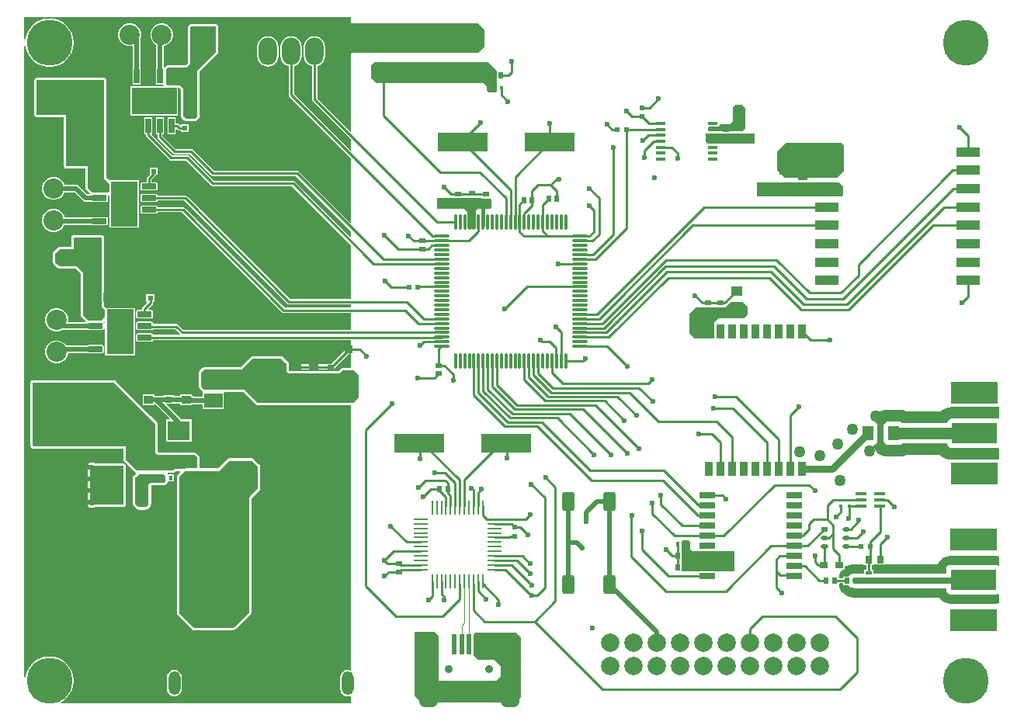
<source format=gbr>
%TF.GenerationSoftware,Altium Limited,Altium Designer,24.10.1 (45)*%
G04 Layer_Physical_Order=1*
G04 Layer_Color=255*
%FSLAX45Y45*%
%MOMM*%
%TF.SameCoordinates,E1515796-6FB3-4C94-B68D-87BC939BF7D9*%
%TF.FilePolarity,Positive*%
%TF.FileFunction,Copper,L1,Top,Signal*%
%TF.Part,Single*%
G01*
G75*
%TA.AperFunction,SMDPad,CuDef*%
%ADD10O,0.25000X1.55000*%
%ADD11O,1.55000X0.25000*%
%ADD12R,0.50000X0.60000*%
%ADD13R,1.00000X0.90000*%
%ADD14R,1.00000X0.35000*%
%ADD15R,0.60000X0.50000*%
%ADD16R,0.64000X0.60000*%
%ADD17R,5.00000X2.29000*%
%ADD18R,5.08000X2.41500*%
%ADD19R,1.20000X1.65000*%
%ADD20R,0.93980X1.60020*%
%ADD21R,5.50000X2.00000*%
%ADD22R,1.80000X0.70000*%
%ADD23R,1.80000X0.80000*%
%ADD24O,1.80000X0.30000*%
%ADD25O,0.30000X1.80000*%
%ADD26R,0.60000X0.64000*%
%ADD27R,0.50000X2.25000*%
%ADD28R,2.00000X3.80000*%
%ADD29R,2.00000X1.50000*%
G04:AMPARAMS|DCode=30|XSize=1.4mm|YSize=2.1mm|CornerRadius=0.35mm|HoleSize=0mm|Usage=FLASHONLY|Rotation=90.000|XOffset=0mm|YOffset=0mm|HoleType=Round|Shape=RoundedRectangle|*
%AMROUNDEDRECTD30*
21,1,1.40000,1.40000,0,0,90.0*
21,1,0.70000,2.10000,0,0,90.0*
1,1,0.70000,0.70000,0.35000*
1,1,0.70000,0.70000,-0.35000*
1,1,0.70000,-0.70000,-0.35000*
1,1,0.70000,-0.70000,0.35000*
%
%ADD30ROUNDEDRECTD30*%
%ADD31R,0.90000X1.00000*%
%TA.AperFunction,ConnectorPad*%
%ADD32R,5.00000X2.29000*%
%ADD33R,5.08000X2.41500*%
%TA.AperFunction,SMDPad,CuDef*%
%ADD34R,1.20000X1.00000*%
%ADD35O,0.80000X0.55000*%
%ADD36R,0.80000X0.55000*%
%ADD37R,0.80000X0.90000*%
%ADD38R,0.40000X0.30000*%
%ADD39R,1.16840X0.35560*%
%ADD40R,0.65000X0.35000*%
%ADD41R,0.90000X0.80000*%
%ADD42R,0.40000X0.50000*%
%ADD43R,1.05000X1.60000*%
%ADD44R,2.95000X4.90000*%
G04:AMPARAMS|DCode=45|XSize=1.55mm|YSize=0.6mm|CornerRadius=0.015mm|HoleSize=0mm|Usage=FLASHONLY|Rotation=180.000|XOffset=0mm|YOffset=0mm|HoleType=Round|Shape=RoundedRectangle|*
%AMROUNDEDRECTD45*
21,1,1.55000,0.57000,0,0,180.0*
21,1,1.52000,0.60000,0,0,180.0*
1,1,0.03000,-0.76000,0.28500*
1,1,0.03000,0.76000,0.28500*
1,1,0.03000,0.76000,-0.28500*
1,1,0.03000,-0.76000,-0.28500*
%
%ADD45ROUNDEDRECTD45*%
%ADD46R,4.90000X2.95000*%
G04:AMPARAMS|DCode=47|XSize=1.55mm|YSize=0.6mm|CornerRadius=0.015mm|HoleSize=0mm|Usage=FLASHONLY|Rotation=90.000|XOffset=0mm|YOffset=0mm|HoleType=Round|Shape=RoundedRectangle|*
%AMROUNDEDRECTD47*
21,1,1.55000,0.57000,0,0,90.0*
21,1,1.52000,0.60000,0,0,90.0*
1,1,0.03000,0.28500,0.76000*
1,1,0.03000,0.28500,-0.76000*
1,1,0.03000,-0.28500,-0.76000*
1,1,0.03000,-0.28500,0.76000*
%
%ADD47ROUNDEDRECTD47*%
%ADD48R,1.60000X1.05000*%
%ADD49R,0.65000X0.80000*%
G04:AMPARAMS|DCode=50|XSize=2mm|YSize=2.5mm|CornerRadius=0.5mm|HoleSize=0mm|Usage=FLASHONLY|Rotation=0.000|XOffset=0mm|YOffset=0mm|HoleType=Round|Shape=RoundedRectangle|*
%AMROUNDEDRECTD50*
21,1,2.00000,1.50000,0,0,0.0*
21,1,1.00000,2.50000,0,0,0.0*
1,1,1.00000,0.50000,-0.75000*
1,1,1.00000,-0.50000,-0.75000*
1,1,1.00000,-0.50000,0.75000*
1,1,1.00000,0.50000,0.75000*
%
%ADD50ROUNDEDRECTD50*%
%ADD51R,0.80000X0.65000*%
%ADD52R,0.95000X0.90000*%
%ADD53R,2.45000X2.15000*%
%ADD54R,0.40000X0.51000*%
%ADD55R,2.50000X1.70000*%
%ADD56O,1.00000X0.50000*%
%ADD57O,1.40000X0.50000*%
%ADD58R,2.60000X1.10000*%
%ADD59R,2.80000X1.10000*%
G04:AMPARAMS|DCode=60|XSize=1.4mm|YSize=2.1mm|CornerRadius=0.35mm|HoleSize=0mm|Usage=FLASHONLY|Rotation=180.000|XOffset=0mm|YOffset=0mm|HoleType=Round|Shape=RoundedRectangle|*
%AMROUNDEDRECTD60*
21,1,1.40000,1.40000,0,0,180.0*
21,1,0.70000,2.10000,0,0,180.0*
1,1,0.70000,-0.35000,0.70000*
1,1,0.70000,0.35000,0.70000*
1,1,0.70000,0.35000,-0.70000*
1,1,0.70000,-0.35000,-0.70000*
%
%ADD60ROUNDEDRECTD60*%
%TA.AperFunction,Conductor*%
%ADD61C,0.71100*%
%ADD62C,0.71120*%
%ADD63C,0.25400*%
%ADD64C,1.27000*%
%ADD65C,0.76200*%
%ADD66C,0.50800*%
%ADD67C,0.11042*%
%TA.AperFunction,ComponentPad*%
%ADD68C,2.00000*%
%ADD69O,1.30000X2.60000*%
%ADD70C,4.91600*%
%ADD71R,4.91600X4.91600*%
%TA.AperFunction,ViaPad*%
%ADD72C,5.00000*%
%TA.AperFunction,ComponentPad*%
%ADD73C,2.20000*%
%ADD74O,2.00000X3.00000*%
%ADD75C,0.30000*%
%ADD76C,0.90000*%
%TA.AperFunction,ViaPad*%
%ADD77C,1.27000*%
%ADD78C,1.00000*%
%ADD79C,0.60000*%
%ADD80C,0.40000*%
%ADD81C,0.50000*%
G36*
X5277500Y7052500D02*
Y7052000D01*
Y6958000D01*
Y6832500D01*
X5280000Y6830000D01*
X5265000Y6815000D01*
X5192500D01*
X5170000Y6837500D01*
Y6885000D01*
X5135000Y6920000D01*
X3970000D01*
X3910000Y6980000D01*
Y7110000D01*
X3947500Y7147500D01*
X5182500D01*
X5277500Y7052500D01*
D02*
G37*
G36*
X7987500Y6650000D02*
Y6427500D01*
X7957500Y6397500D01*
X7580000D01*
Y6417500D01*
Y6440000D01*
X7587500Y6447500D01*
X7698762D01*
X7721262Y6470000D01*
X7817500D01*
X7855000Y6507500D01*
Y6657500D01*
X7877500Y6680000D01*
X7957500D01*
X7987500Y6650000D01*
D02*
G37*
G36*
X3692500Y7575000D02*
X5072500D01*
X5141957Y7505543D01*
Y7309457D01*
X5080000Y7247500D01*
X3702500D01*
X3692500Y7237500D01*
Y6393216D01*
X3683113Y6389328D01*
X3320243Y6752199D01*
Y7102726D01*
X3322021Y7102960D01*
X3349996Y7114548D01*
X3374019Y7132981D01*
X3392452Y7157004D01*
X3404040Y7184979D01*
X3407992Y7215000D01*
Y7315000D01*
X3404040Y7345021D01*
X3392452Y7372996D01*
X3374019Y7397019D01*
X3349996Y7415452D01*
X3322021Y7427040D01*
X3292000Y7430992D01*
X3261979Y7427040D01*
X3234004Y7415452D01*
X3209981Y7397019D01*
X3191548Y7372996D01*
X3179960Y7345021D01*
X3176008Y7315000D01*
Y7215000D01*
X3179960Y7184979D01*
X3191548Y7157004D01*
X3209981Y7132981D01*
X3234004Y7114548D01*
X3261979Y7102960D01*
X3263757Y7102726D01*
Y6740501D01*
X3263757Y6740500D01*
X3265907Y6729692D01*
X3272029Y6720529D01*
X3692500Y6300059D01*
Y6188216D01*
X3683113Y6184328D01*
X3066243Y6801199D01*
Y7102726D01*
X3068021Y7102960D01*
X3095996Y7114548D01*
X3120019Y7132981D01*
X3138452Y7157004D01*
X3150040Y7184979D01*
X3153992Y7215000D01*
Y7315000D01*
X3150040Y7345021D01*
X3138452Y7372996D01*
X3120019Y7397019D01*
X3095996Y7415452D01*
X3068021Y7427040D01*
X3038000Y7430992D01*
X3007979Y7427040D01*
X2980004Y7415452D01*
X2955981Y7397019D01*
X2937548Y7372996D01*
X2925960Y7345021D01*
X2922008Y7315000D01*
Y7215000D01*
X2925960Y7184979D01*
X2937548Y7157004D01*
X2955981Y7132981D01*
X2980004Y7114548D01*
X3007979Y7102960D01*
X3009757Y7102726D01*
Y6789502D01*
X3009757Y6789500D01*
X3011907Y6778692D01*
X3018029Y6769530D01*
X3692500Y6095059D01*
Y5398216D01*
X3683113Y5394328D01*
X3122471Y5954971D01*
X3113308Y5961093D01*
X3102500Y5963243D01*
X3102498Y5963243D01*
X2196699D01*
X1967471Y6192471D01*
X1958308Y6198593D01*
X1947500Y6200743D01*
X1947499Y6200743D01*
X1776699D01*
X1634243Y6343199D01*
Y6362177D01*
X1634500D01*
X1640938Y6363458D01*
X1646396Y6367104D01*
X1650042Y6372562D01*
X1651323Y6379000D01*
Y6531000D01*
X1650042Y6537438D01*
X1646396Y6542896D01*
X1640938Y6546543D01*
X1634500Y6547824D01*
X1577500D01*
X1571062Y6546543D01*
X1565604Y6542896D01*
X1561957Y6537438D01*
X1560677Y6531000D01*
Y6379000D01*
X1561957Y6372562D01*
X1565604Y6367104D01*
X1571062Y6363458D01*
X1577500Y6362177D01*
X1577757D01*
Y6331502D01*
X1577757Y6331500D01*
X1579907Y6320692D01*
X1586029Y6311530D01*
X1745030Y6152529D01*
X1754192Y6146407D01*
X1765000Y6144257D01*
X1765002Y6144257D01*
X1935801D01*
X2165029Y5915029D01*
X2174192Y5908907D01*
X2185000Y5906757D01*
X2185001Y5906757D01*
X3090801D01*
X3692500Y5305058D01*
Y5245716D01*
X3683113Y5241828D01*
X3079971Y5844971D01*
X3070808Y5851093D01*
X3060000Y5853243D01*
X3059999Y5853243D01*
X2194199D01*
X1924971Y6122471D01*
X1915808Y6128593D01*
X1905000Y6130743D01*
X1904999Y6130743D01*
X1739198D01*
X1515703Y6354238D01*
X1518083Y6366227D01*
X1519396Y6367104D01*
X1523042Y6372562D01*
X1524323Y6379000D01*
Y6531000D01*
X1523042Y6537438D01*
X1519396Y6542896D01*
X1513938Y6546543D01*
X1507500Y6547824D01*
X1450500D01*
X1444062Y6546543D01*
X1438604Y6542896D01*
X1434957Y6537438D01*
X1433677Y6531000D01*
Y6379000D01*
X1434957Y6372562D01*
X1438604Y6367104D01*
X1444062Y6363458D01*
X1450500Y6362177D01*
X1450757D01*
Y6351002D01*
X1450757Y6351000D01*
X1452907Y6340192D01*
X1459029Y6331030D01*
X1707529Y6082530D01*
X1707529Y6082529D01*
X1716692Y6076407D01*
X1727500Y6074257D01*
X1727501Y6074257D01*
X1893301D01*
X2162529Y5805030D01*
X2162529Y5805029D01*
X2171692Y5798907D01*
X2182500Y5796757D01*
X2182501Y5796757D01*
X3048301D01*
X3692500Y5152559D01*
Y4563243D01*
X3024198D01*
X1901470Y5685971D01*
X1892308Y5692094D01*
X1881499Y5694244D01*
X1881498Y5694243D01*
X1580323D01*
Y5694500D01*
X1579042Y5700939D01*
X1575396Y5706397D01*
X1569938Y5710043D01*
X1563500Y5711324D01*
X1411500D01*
X1405062Y5710043D01*
X1399604Y5706397D01*
X1395957Y5700939D01*
X1394676Y5694500D01*
Y5637501D01*
X1395957Y5631063D01*
X1399604Y5625605D01*
X1405062Y5621958D01*
X1411500Y5620677D01*
X1563500D01*
X1569938Y5621958D01*
X1575396Y5625605D01*
X1579042Y5631063D01*
X1580323Y5637501D01*
Y5637758D01*
X1869801D01*
X2992529Y4515030D01*
X2992529Y4515029D01*
X3001692Y4508907D01*
X3012500Y4506757D01*
X3012501Y4506757D01*
X3692500D01*
Y4470743D01*
X2966699D01*
X1878470Y5558971D01*
X1869308Y5565094D01*
X1858499Y5567244D01*
X1858498Y5567243D01*
X1580323D01*
Y5567500D01*
X1579042Y5573939D01*
X1575396Y5579397D01*
X1569938Y5583043D01*
X1563500Y5584324D01*
X1411500D01*
X1405062Y5583043D01*
X1399604Y5579397D01*
X1395957Y5573939D01*
X1394676Y5567500D01*
Y5510501D01*
X1395957Y5504063D01*
X1399604Y5498605D01*
X1405062Y5494958D01*
X1411500Y5493677D01*
X1563500D01*
X1569938Y5494958D01*
X1575396Y5498605D01*
X1579042Y5504063D01*
X1580323Y5510501D01*
Y5510758D01*
X1846801D01*
X2935029Y4422530D01*
X2935029Y4422529D01*
X2944192Y4416407D01*
X2955000Y4414257D01*
X2955001Y4414257D01*
X3692500D01*
Y4225744D01*
X1861698D01*
X1802471Y4284971D01*
X1793308Y4291093D01*
X1782500Y4293243D01*
X1782499Y4293243D01*
X1532823D01*
Y4299501D01*
X1531542Y4305939D01*
X1527896Y4311397D01*
X1522438Y4315043D01*
X1516000Y4316324D01*
X1364000D01*
X1357562Y4315043D01*
X1352104Y4311397D01*
X1348457Y4305939D01*
X1347176Y4299501D01*
Y4242501D01*
X1348457Y4236063D01*
X1352104Y4230605D01*
X1357562Y4226958D01*
X1364000Y4225678D01*
X1516000D01*
X1522438Y4226958D01*
X1527896Y4230605D01*
X1531542Y4236063D01*
X1531680Y4236757D01*
X1770801D01*
X1825155Y4182404D01*
X1820947Y4172244D01*
X1532823D01*
Y4172501D01*
X1531542Y4178939D01*
X1527896Y4184397D01*
X1522438Y4188043D01*
X1516000Y4189324D01*
X1364000D01*
X1357562Y4188043D01*
X1352104Y4184397D01*
X1348457Y4178939D01*
X1347176Y4172501D01*
Y4115501D01*
X1348457Y4109063D01*
X1352104Y4103605D01*
X1357562Y4099958D01*
X1364000Y4098678D01*
X1516000D01*
X1522438Y4099958D01*
X1527896Y4103605D01*
X1531542Y4109063D01*
X1532823Y4115501D01*
Y4115758D01*
X3692500D01*
Y4042043D01*
X3662500D01*
X3651692Y4039893D01*
X3642529Y4033771D01*
X3636407Y4024608D01*
X3635598Y4020539D01*
X3465254Y3850196D01*
X3462500Y3850743D01*
X3462499Y3850743D01*
X3092500D01*
X3081692Y3848593D01*
X3072529Y3842471D01*
X3066407Y3833308D01*
X3064257Y3822500D01*
X3066407Y3811692D01*
X3072529Y3802530D01*
X3081692Y3796407D01*
X3092500Y3794258D01*
X3446456D01*
X3449260Y3791058D01*
X3444654Y3780898D01*
X3018227D01*
X3010898Y3788227D01*
Y3852399D01*
X3010897Y3852400D01*
X3010898Y3854947D01*
X3010399Y3857456D01*
X3010398Y3860012D01*
X3009773Y3861519D01*
X3009569Y3863139D01*
X3009569Y3863140D01*
X3009109Y3863947D01*
X3008927Y3864858D01*
X3008844Y3864982D01*
X3008844Y3864983D01*
X3007153Y3869067D01*
X3007124Y3869212D01*
X3005711Y3871327D01*
X3004739Y3873677D01*
X3002932Y3875487D01*
X3001511Y3877614D01*
X2999706Y3879419D01*
X2999705Y3879419D01*
X2999705Y3879420D01*
X2945116Y3934009D01*
X2942999Y3935423D01*
X2941200Y3937224D01*
X2938839Y3938203D01*
X2936714Y3939623D01*
X2936570Y3939651D01*
X2932484Y3941344D01*
X2932360Y3941426D01*
X2929846Y3941926D01*
X2927476Y3942905D01*
X2924938Y3942902D01*
X2922450Y3943397D01*
X2625101D01*
X2625100Y3943397D01*
X2622553Y3943397D01*
X2620044Y3942899D01*
X2617488Y3942898D01*
X2615981Y3942273D01*
X2614361Y3942069D01*
X2614361Y3942068D01*
X2613554Y3941608D01*
X2612642Y3941427D01*
X2612518Y3941344D01*
X2612517Y3941344D01*
X2608433Y3939653D01*
X2608288Y3939624D01*
X2606174Y3938211D01*
X2603823Y3937239D01*
X2602013Y3935431D01*
X2599886Y3934010D01*
X2598081Y3932206D01*
X2598081Y3932205D01*
X2598080Y3932205D01*
X2489273Y3823397D01*
X2097601D01*
X2097599Y3823397D01*
X2095053Y3823397D01*
X2092544Y3822899D01*
X2089987Y3822898D01*
X2088480Y3822273D01*
X2086861Y3822069D01*
X2086860Y3822068D01*
X2086053Y3821608D01*
X2085142Y3821427D01*
X2085018Y3821344D01*
X2085017Y3821344D01*
X2080933Y3819653D01*
X2080788Y3819624D01*
X2078673Y3818211D01*
X2076323Y3817239D01*
X2074513Y3815431D01*
X2072386Y3814010D01*
X2070581Y3812206D01*
X2070581Y3812205D01*
X2070580Y3812205D01*
X2040991Y3782616D01*
X2039577Y3780499D01*
X2037776Y3778700D01*
X2036797Y3776339D01*
X2035377Y3774214D01*
X2035349Y3774070D01*
X2033656Y3769984D01*
X2033574Y3769860D01*
X2033074Y3767346D01*
X2032095Y3764976D01*
X2032098Y3762438D01*
X2031602Y3759950D01*
Y3670000D01*
Y3612601D01*
X2031603Y3612600D01*
X2031602Y3610053D01*
X2032101Y3607544D01*
X2032102Y3604988D01*
X2032727Y3603481D01*
X2032931Y3601861D01*
X2032932Y3601860D01*
X2033392Y3601054D01*
X2033573Y3600142D01*
X2033656Y3600018D01*
X2033656Y3600017D01*
X2035347Y3595933D01*
X2035376Y3595788D01*
X2036789Y3593674D01*
X2037761Y3591323D01*
X2039569Y3589513D01*
X2040990Y3587386D01*
X2042794Y3585581D01*
X2042795Y3585581D01*
X2042795Y3585580D01*
X2073216Y3555160D01*
X2072499Y3545000D01*
X2072500Y3543096D01*
Y3496191D01*
X1974642D01*
X1974206Y3496627D01*
X1960843Y3505556D01*
X1955000Y3506718D01*
Y3527500D01*
X1825000D01*
Y3508692D01*
X1755000D01*
Y3515000D01*
X1645000D01*
Y3508692D01*
X1547500D01*
Y3527500D01*
X1417500D01*
Y3407500D01*
X1547500D01*
Y3412378D01*
X1557660Y3416587D01*
X1712360Y3261887D01*
X1708472Y3252500D01*
X1675000D01*
Y3007500D01*
X1950000D01*
Y3252500D01*
X1838253D01*
X1680140Y3410613D01*
X1684028Y3420000D01*
X1755000D01*
Y3426309D01*
X1825000D01*
Y3407500D01*
X1955000D01*
Y3411691D01*
X1957580Y3413809D01*
X2072500D01*
Y3365000D01*
X2302500D01*
X2302500Y3545000D01*
X2311996Y3546603D01*
X2519273D01*
X2654884Y3410991D01*
X2657002Y3409576D01*
X2658801Y3407776D01*
X2661161Y3406797D01*
X2663286Y3405377D01*
X2663430Y3405349D01*
X2667517Y3403656D01*
X2667640Y3403574D01*
X2670154Y3403073D01*
X2672525Y3402095D01*
X2675062Y3402097D01*
X2677551Y3401602D01*
X2927500D01*
X3692500Y3401602D01*
Y519167D01*
X3684052Y513522D01*
X3673384Y517941D01*
X3652500Y520691D01*
X3631616Y517941D01*
X3612155Y509880D01*
X3595443Y497057D01*
X3582620Y480346D01*
X3574559Y460885D01*
X3571809Y440001D01*
Y310000D01*
X3574559Y289116D01*
X3582620Y269655D01*
X3595443Y252944D01*
X3612155Y240121D01*
X3631616Y232060D01*
X3652500Y229310D01*
X3673384Y232060D01*
X3684052Y236479D01*
X3692500Y230834D01*
Y152500D01*
X520346D01*
X517907Y162660D01*
X538890Y173352D01*
X572636Y197869D01*
X602131Y227364D01*
X626648Y261110D01*
X645585Y298275D01*
X658475Y337946D01*
X665000Y379144D01*
Y420856D01*
X658475Y462054D01*
X645585Y501725D01*
X626648Y538890D01*
X602131Y572636D01*
X572636Y602131D01*
X538890Y626648D01*
X501725Y645585D01*
X462054Y658475D01*
X420856Y665000D01*
X379144D01*
X337946Y658475D01*
X298275Y645585D01*
X261110Y626648D01*
X227364Y602131D01*
X197869Y572636D01*
X173352Y538890D01*
X154415Y501725D01*
X141525Y462054D01*
X137660Y437651D01*
X127500Y438451D01*
Y7321549D01*
X137660Y7322349D01*
X141525Y7297946D01*
X154415Y7258275D01*
X173352Y7221110D01*
X197869Y7187364D01*
X227364Y7157869D01*
X261110Y7133352D01*
X298275Y7114415D01*
X337946Y7101525D01*
X379144Y7095000D01*
X420856D01*
X462054Y7101525D01*
X501725Y7114415D01*
X538890Y7133352D01*
X572636Y7157869D01*
X602131Y7187364D01*
X626648Y7221110D01*
X645585Y7258275D01*
X658475Y7297946D01*
X665000Y7339144D01*
Y7380856D01*
X658475Y7422054D01*
X645585Y7461725D01*
X626648Y7498890D01*
X602131Y7532636D01*
X572636Y7562131D01*
X538890Y7586648D01*
X501725Y7605585D01*
X462054Y7618475D01*
X420856Y7625000D01*
X379144D01*
X337946Y7618475D01*
X298275Y7605585D01*
X261110Y7586648D01*
X227364Y7562131D01*
X197869Y7532636D01*
X173352Y7498890D01*
X154415Y7461725D01*
X141525Y7422054D01*
X137660Y7397651D01*
X127500Y7398451D01*
Y7637500D01*
X3692500D01*
Y7575000D01*
D02*
G37*
G36*
X7745000Y6365000D02*
X8090000D01*
Y6262500D01*
X7582500D01*
X7560000Y6285000D01*
Y6365000D01*
X7745000Y6365000D01*
D02*
G37*
G36*
X9062500Y6242500D02*
Y5962500D01*
X8987500Y5887500D01*
X8422500D01*
X8335000Y5975000D01*
Y6060000D01*
X8332500Y6065000D01*
Y6167500D01*
X8432500Y6267500D01*
X9037500D01*
X9062500Y6242500D01*
D02*
G37*
G36*
X9060000Y5792500D02*
Y5700001D01*
X9040000Y5680000D01*
X8112500D01*
Y5837500D01*
X9015000D01*
X9060000Y5792500D01*
D02*
G37*
G36*
X4810500Y5667500D02*
Y5664000D01*
X4904500D01*
Y5667500D01*
X5110500Y5667500D01*
Y5661500D01*
X5204500D01*
Y5661500D01*
X5213588Y5658912D01*
X5225000Y5647500D01*
Y5565000D01*
X5205000Y5545000D01*
X5152876D01*
X5153244Y5491457D01*
X5151741Y5489206D01*
X5149412Y5477501D01*
Y5349434D01*
X5139252Y5342122D01*
X5110587Y5342243D01*
Y5477501D01*
X5110000Y5480454D01*
Y5545000D01*
X5067500D01*
X5050000Y5527500D01*
Y5480457D01*
X5049412Y5477501D01*
Y5341912D01*
X5037500Y5330000D01*
X4975000D01*
X4960587Y5344412D01*
Y5477501D01*
X4960000Y5480454D01*
Y5510000D01*
X4920000Y5550000D01*
X4627500D01*
Y5667500D01*
X4810500D01*
D02*
G37*
G36*
X8015000Y4477500D02*
Y4395000D01*
X7975000Y4355000D01*
X7692500D01*
X7652500Y4315000D01*
Y4130000D01*
X7437499Y4130000D01*
X7382500Y4185000D01*
Y4407500D01*
X7447500Y4472500D01*
X7772500D01*
X7832500Y4532500D01*
X7960000D01*
X8015000Y4477500D01*
D02*
G37*
G36*
X2922450Y3917497D02*
X2922461Y3917493D01*
X2922573Y3917418D01*
X2926660Y3915725D01*
X2926799Y3915697D01*
X2926804Y3915695D01*
X2926807Y3915693D01*
X2981393Y3861108D01*
X2981393Y3861107D01*
X2981397Y3861101D01*
X2983196Y3859302D01*
X2983198Y3859299D01*
X2983226Y3859157D01*
X2984918Y3855074D01*
X2984998Y3854953D01*
X2984999Y3854951D01*
X2984998Y3852406D01*
X2985000Y3852397D01*
Y3788227D01*
Y3777500D01*
X2992585Y3769915D01*
X2999915Y3762585D01*
X3007500Y3755000D01*
X3570000D01*
X3598892Y3783892D01*
X3598893Y3783893D01*
X3598899Y3783897D01*
X3600698Y3785696D01*
X3600701Y3785698D01*
X3600843Y3785726D01*
X3604926Y3787417D01*
X3605047Y3787498D01*
X3605049Y3787498D01*
X3607594Y3787498D01*
X3607603Y3787500D01*
X3725000D01*
X3775000Y3737500D01*
Y3490000D01*
X3712500Y3427500D01*
X2927500Y3427500D01*
X2677564D01*
X2677551Y3427503D01*
X2677539Y3427507D01*
X2677427Y3427582D01*
X2673341Y3429275D01*
X2673202Y3429303D01*
X2673197Y3429305D01*
X2673193Y3429307D01*
X2537585Y3564915D01*
X2530000Y3572500D01*
X2092500D01*
X2061108Y3603892D01*
X2061107Y3603893D01*
X2061103Y3603899D01*
X2059304Y3605698D01*
X2059302Y3605701D01*
X2059274Y3605843D01*
X2057583Y3609926D01*
X2057502Y3610047D01*
X2057502Y3610049D01*
X2057502Y3612594D01*
X2057500Y3612603D01*
Y3670000D01*
Y3759936D01*
X2057503Y3759950D01*
X2057507Y3759961D01*
X2057582Y3760073D01*
X2059275Y3764160D01*
X2059303Y3764299D01*
X2059305Y3764304D01*
X2059307Y3764307D01*
X2088892Y3793892D01*
X2088893Y3793893D01*
X2088898Y3793897D01*
X2090697Y3795695D01*
X2090701Y3795698D01*
X2090843Y3795726D01*
X2094926Y3797417D01*
X2095047Y3797498D01*
X2095049Y3797498D01*
X2097593Y3797498D01*
X2097602Y3797500D01*
X2500000D01*
X2616393Y3913892D01*
X2616393Y3913893D01*
X2616399Y3913897D01*
X2618198Y3915695D01*
X2618202Y3915698D01*
X2618343Y3915726D01*
X2622427Y3917417D01*
X2622547Y3917498D01*
X2622549Y3917498D01*
X2625094Y3917498D01*
X2625103Y3917500D01*
X2922436D01*
X2922450Y3917497D01*
D02*
G37*
G36*
X3692500Y3813398D02*
X3607601D01*
X3607600Y3813397D01*
X3605053Y3813398D01*
X3602544Y3812899D01*
X3599988Y3812898D01*
X3598481Y3812273D01*
X3596861Y3812069D01*
X3596860Y3812068D01*
X3596054Y3811608D01*
X3595142Y3811427D01*
X3595018Y3811344D01*
X3595017Y3811344D01*
X3590933Y3809653D01*
X3590788Y3809624D01*
X3588674Y3808211D01*
X3586323Y3807239D01*
X3584513Y3805431D01*
X3582386Y3804010D01*
X3580581Y3802206D01*
X3580581Y3802205D01*
X3580580Y3802205D01*
X3559273Y3780898D01*
X3487109D01*
X3484027Y3791058D01*
X3489971Y3795029D01*
X3680499Y3985558D01*
X3692500D01*
Y3813398D01*
D02*
G37*
G36*
X10761757Y3385700D02*
Y3267584D01*
X10749057Y3258062D01*
X10740000Y3259863D01*
X10240000D01*
X10222640Y3256410D01*
X10207923Y3246577D01*
X10198090Y3231860D01*
X10194636Y3214500D01*
Y3210108D01*
X9700063D01*
X9697077Y3214577D01*
X9682360Y3224410D01*
X9665000Y3227863D01*
X9545000D01*
X9527640Y3224410D01*
X9512923Y3214577D01*
X9503090Y3199860D01*
X9499637Y3182500D01*
Y3128318D01*
X9495764Y3108850D01*
Y3091150D01*
X9499637Y3071682D01*
Y3017500D01*
X9503090Y3000140D01*
X9512923Y2985423D01*
X9527640Y2975589D01*
X9545000Y2972136D01*
X9665000D01*
X9682360Y2975589D01*
X9697077Y2985423D01*
X9700063Y2989892D01*
X10194636D01*
Y2985500D01*
X10198090Y2968140D01*
X10207923Y2953423D01*
X10222640Y2943589D01*
X10240000Y2940136D01*
X10740000D01*
X10749057Y2941938D01*
X10761757Y2932416D01*
Y2814300D01*
X10740000Y2812157D01*
X10240000D01*
X10206183Y2815488D01*
X10173665Y2825352D01*
X10143696Y2841371D01*
X10118665Y2861913D01*
X9739869D01*
X9731335Y2857352D01*
X9698818Y2847488D01*
X9665000Y2844157D01*
X9545000D01*
X9511183Y2847488D01*
X9478665Y2857352D01*
X9448696Y2873371D01*
X9422428Y2894928D01*
X9400871Y2921196D01*
X9384852Y2951165D01*
X9381935Y2960783D01*
X9391377Y2973405D01*
X9402360Y2975589D01*
X9417077Y2985423D01*
X9426911Y3000140D01*
X9430364Y3017500D01*
Y3182500D01*
X9426911Y3199860D01*
X9417077Y3214577D01*
X9402360Y3224410D01*
X9391377Y3226595D01*
X9381935Y3239217D01*
X9384852Y3248835D01*
X9400871Y3278804D01*
X9422428Y3305072D01*
X9448696Y3326629D01*
X9478665Y3342648D01*
X9511183Y3352512D01*
X9545000Y3355842D01*
X9665000D01*
X9698818Y3352512D01*
X9731335Y3342648D01*
X9739869Y3338087D01*
X10118665D01*
X10143696Y3358629D01*
X10173665Y3374648D01*
X10206183Y3384512D01*
X10240000Y3387842D01*
X10740000D01*
X10761757Y3385700D01*
D02*
G37*
G36*
Y1758924D02*
Y1661224D01*
X10749057Y1654435D01*
X10742360Y1658910D01*
X10725000Y1662363D01*
X10225000D01*
X10207640Y1658910D01*
X10192923Y1649077D01*
X10183090Y1634360D01*
X10179636Y1617000D01*
Y1571620D01*
X9382500D01*
Y1607500D01*
X9365743D01*
Y1662500D01*
X9390000D01*
Y1673020D01*
X10090708D01*
X10097899Y1690382D01*
X10121223Y1720777D01*
X10151618Y1744101D01*
X10187015Y1758763D01*
X10225000Y1763763D01*
X10725000D01*
X10761757Y1758924D01*
D02*
G37*
G36*
X7390000Y1917500D02*
Y1837500D01*
X7417500Y1810000D01*
X7872500D01*
Y1592500D01*
X7300000D01*
X7296000Y1597833D01*
Y1679500D01*
X7292500D01*
Y1718000D01*
X7296000D01*
Y1812000D01*
X7292500D01*
Y1902500D01*
Y1922500D01*
X7302500Y1932500D01*
X7375000D01*
X7390000Y1917500D01*
D02*
G37*
G36*
X9280000Y1662500D02*
X9309257D01*
Y1607500D01*
X9287500D01*
Y1571611D01*
X9190000D01*
X9185617Y1570739D01*
X9181150D01*
X9167279Y1567980D01*
X9165793Y1567364D01*
X9160000D01*
X9142640Y1563911D01*
X9127923Y1554078D01*
X9118089Y1539361D01*
X9117620Y1537001D01*
X9057000D01*
Y1520744D01*
X9021574D01*
X9012801Y1530362D01*
X9012888Y1533444D01*
X9015661Y1541612D01*
X9016126Y1543951D01*
X9018237Y1559986D01*
X9032899Y1595383D01*
X9044116Y1610000D01*
X9077500D01*
Y1642105D01*
X9086618Y1649102D01*
X9122015Y1663763D01*
X9145989Y1666920D01*
X9147496Y1667431D01*
X9161367Y1670190D01*
X9175729Y1671132D01*
X9190000Y1673011D01*
X9280000D01*
Y1662500D01*
D02*
G37*
G36*
X9057000Y1443001D02*
X9117620D01*
X9118089Y1440641D01*
X9127923Y1425924D01*
X9142640Y1416090D01*
X9160000Y1412637D01*
X9165793D01*
X9167279Y1412022D01*
X9181150Y1409263D01*
X9185617D01*
X9190000Y1408391D01*
X9334944D01*
X9335000Y1408380D01*
X10179636D01*
Y1388000D01*
X10183090Y1370640D01*
X10192923Y1355923D01*
X10207640Y1346090D01*
X10225000Y1342636D01*
X10725000D01*
X10742360Y1346090D01*
X10749057Y1350564D01*
X10761757Y1343776D01*
Y1246075D01*
X10725000Y1241237D01*
X10225000D01*
X10187015Y1246237D01*
X10151618Y1260899D01*
X10121223Y1284222D01*
X10103760Y1306980D01*
X9335000D01*
X9334915Y1306991D01*
X9190000D01*
X9175731Y1308870D01*
X9161367Y1309811D01*
X9147496Y1312570D01*
X9145989Y1313082D01*
X9122015Y1316238D01*
X9086618Y1330900D01*
X9056222Y1354223D01*
X9032899Y1384619D01*
X9018237Y1420016D01*
X9016126Y1436050D01*
X9015661Y1438389D01*
X9012569Y1447497D01*
X9011762Y1451558D01*
X9021991Y1464258D01*
X9057000D01*
Y1443001D01*
D02*
G37*
G36*
X4642500Y887500D02*
Y397500D01*
X5275000D01*
X5320000Y442500D01*
Y565000D01*
X5255000Y630000D01*
X5072500Y630000D01*
X5022500Y680000D01*
Y910000D01*
X5040000Y927500D01*
X5490000D01*
X5545000Y872500D01*
Y225000D01*
X5480000Y160000D01*
X4457500D01*
X4385000Y232500D01*
Y935000D01*
X4595000D01*
X4642500Y887500D01*
D02*
G37*
%LPC*%
G36*
X2784000Y7430992D02*
X2753979Y7427040D01*
X2726004Y7415452D01*
X2701981Y7397019D01*
X2683548Y7372996D01*
X2671960Y7345021D01*
X2668008Y7315000D01*
Y7215000D01*
X2671960Y7184979D01*
X2683548Y7157004D01*
X2701981Y7132981D01*
X2726004Y7114548D01*
X2753979Y7102960D01*
X2784000Y7099008D01*
X2814021Y7102960D01*
X2841996Y7114548D01*
X2866019Y7132981D01*
X2884452Y7157004D01*
X2896040Y7184979D01*
X2899992Y7215000D01*
Y7315000D01*
X2896040Y7345021D01*
X2884452Y7372996D01*
X2866019Y7397019D01*
X2841996Y7415452D01*
X2814021Y7427040D01*
X2784000Y7430992D01*
D02*
G37*
G36*
X994948Y6978398D02*
X269104D01*
X267593Y6978097D01*
X266057Y6978218D01*
X262678Y6977119D01*
X259193Y6976426D01*
X257912Y6975570D01*
X256447Y6975094D01*
X250612Y6971825D01*
X249057Y6970498D01*
X247237Y6969570D01*
X245252Y6967247D01*
X242929Y6965262D01*
X242001Y6963441D01*
X240674Y6961887D01*
X237405Y6956051D01*
X236929Y6954587D01*
X236074Y6953306D01*
X235381Y6949822D01*
X234282Y6946442D01*
X234403Y6944906D01*
X234102Y6943396D01*
Y6868786D01*
X234102Y6616743D01*
Y6584205D01*
X234102Y6584204D01*
X234102Y6581657D01*
X234601Y6579148D01*
X234602Y6576592D01*
X235227Y6575085D01*
X235431Y6573465D01*
X235431Y6573465D01*
X235891Y6572658D01*
X236072Y6571747D01*
X236155Y6571622D01*
X236156Y6571621D01*
X237847Y6567537D01*
X237876Y6567392D01*
X239289Y6565278D01*
X240261Y6562927D01*
X242068Y6561117D01*
X243489Y6558990D01*
X245294Y6557186D01*
X245294Y6557185D01*
X245295Y6557184D01*
X248987Y6553492D01*
X251105Y6552077D01*
X252904Y6550276D01*
X255264Y6549298D01*
X257389Y6547878D01*
X257533Y6547849D01*
X261620Y6546157D01*
X261743Y6546074D01*
X264258Y6545574D01*
X266628Y6544595D01*
X269166Y6544598D01*
X271654Y6544103D01*
X556602D01*
Y6015050D01*
X557100Y6012549D01*
X557099Y6009999D01*
X557345Y6009408D01*
X557376Y6008769D01*
X557376Y6008768D01*
X558198Y6007027D01*
X558574Y6005139D01*
X558785Y6004823D01*
X558892Y6004565D01*
X558893Y6004563D01*
X558894Y6004560D01*
X560098Y6002757D01*
X560965Y6000663D01*
X561177Y6000347D01*
X561513Y6000011D01*
X561692Y5999631D01*
X562188Y5999182D01*
X563090Y5998280D01*
X564504Y5996162D01*
X564506Y5996160D01*
X564508Y5996158D01*
X565249Y5995417D01*
X565714Y5995106D01*
X566423Y5994397D01*
X566794Y5994149D01*
X567054Y5993787D01*
X568446Y5992923D01*
X569174Y5992195D01*
X569638Y5991886D01*
X570344Y5991180D01*
X570658Y5990969D01*
X573015Y5989992D01*
X574825Y5988783D01*
X574826Y5988783D01*
X575141Y5988572D01*
X575614Y5988478D01*
X575642Y5988461D01*
X575644Y5988460D01*
X575992Y5988403D01*
X577639Y5988075D01*
X579992Y5987100D01*
X582547Y5987099D01*
X585051Y5986601D01*
X791602D01*
X791602Y5816169D01*
Y5782603D01*
X791604Y5782594D01*
X791604Y5780052D01*
X791965Y5778236D01*
X791864Y5776387D01*
X791865Y5776385D01*
X792104Y5775706D01*
X792104Y5774985D01*
X793079Y5772634D01*
X793574Y5770141D01*
X793656Y5770019D01*
X793656Y5770017D01*
X795348Y5765932D01*
X795350Y5765929D01*
X795378Y5765789D01*
X796788Y5763678D01*
X797759Y5761328D01*
X798271Y5760815D01*
X798584Y5760162D01*
X798587Y5760159D01*
X799963Y5758925D01*
X800991Y5757387D01*
X802789Y5755589D01*
X802789Y5755588D01*
X802794Y5755581D01*
X841796Y5716579D01*
X837908Y5707192D01*
X811061D01*
X718606Y5799647D01*
X705243Y5808576D01*
X689479Y5811712D01*
X563372D01*
X561481Y5818769D01*
X545025Y5847273D01*
X521752Y5870546D01*
X493248Y5887002D01*
X461457Y5895521D01*
X428543D01*
X396752Y5887002D01*
X368248Y5870546D01*
X344975Y5847273D01*
X328518Y5818769D01*
X320000Y5786977D01*
Y5754064D01*
X328518Y5722272D01*
X344975Y5693769D01*
X368248Y5670496D01*
X396752Y5654039D01*
X428543Y5645521D01*
X461457D01*
X493248Y5654039D01*
X521752Y5670496D01*
X545025Y5693769D01*
X561481Y5722272D01*
X563372Y5729329D01*
X672418D01*
X764873Y5636874D01*
X778236Y5627945D01*
X793999Y5624809D01*
X860795D01*
X865062Y5621958D01*
X871500Y5620677D01*
X1023500D01*
X1029938Y5621958D01*
X1035396Y5625605D01*
X1039042Y5631063D01*
X1040323Y5637501D01*
Y5692003D01*
X1045016Y5696020D01*
X1055000Y5691193D01*
Y5342501D01*
X1380000D01*
Y5862501D01*
X1055000D01*
X1055000Y5862501D01*
Y5862501D01*
X1045941Y5865684D01*
X1023397Y5888227D01*
Y6949949D01*
X1022900Y6952450D01*
X1022900Y6954999D01*
X1022655Y6955591D01*
X1022624Y6956230D01*
X1022624Y6956231D01*
X1021802Y6957972D01*
X1021426Y6959860D01*
X1021215Y6960176D01*
X1021108Y6960434D01*
X1021107Y6960436D01*
X1021106Y6960439D01*
X1019901Y6962242D01*
X1019035Y6964335D01*
X1018823Y6964652D01*
X1018487Y6964988D01*
X1018308Y6965368D01*
X1017812Y6965817D01*
X1016910Y6966719D01*
X1015496Y6968837D01*
X1015494Y6968838D01*
X1015492Y6968841D01*
X1014751Y6969582D01*
X1014286Y6969893D01*
X1013577Y6970602D01*
X1013206Y6970849D01*
X1012945Y6971212D01*
X1011554Y6972075D01*
X1010826Y6972803D01*
X1010362Y6973113D01*
X1009656Y6973819D01*
X1009342Y6974029D01*
X1006985Y6975006D01*
X1005175Y6976215D01*
X1005174Y6976216D01*
X1004859Y6976426D01*
X1004386Y6976520D01*
X1004358Y6976538D01*
X1004356Y6976538D01*
X1004008Y6976595D01*
X1002361Y6976923D01*
X1000007Y6977899D01*
X997453Y6977899D01*
X994948Y6978398D01*
D02*
G37*
G36*
X1291457Y7572500D02*
X1258543D01*
X1226752Y7563982D01*
X1198248Y7547525D01*
X1174975Y7524252D01*
X1158518Y7495748D01*
X1150000Y7463957D01*
Y7431043D01*
X1158518Y7399252D01*
X1174975Y7370748D01*
X1198248Y7347475D01*
X1226752Y7331018D01*
X1258543Y7322500D01*
X1291457D01*
X1302748Y7325525D01*
X1310808Y7319340D01*
Y7081705D01*
X1307957Y7077438D01*
X1306677Y7071000D01*
Y6919000D01*
X1307957Y6912562D01*
X1311604Y6907104D01*
X1317062Y6903458D01*
X1323500Y6902177D01*
X1380500D01*
X1386938Y6903458D01*
X1392396Y6907104D01*
X1396042Y6912562D01*
X1397323Y6919000D01*
Y7071000D01*
X1396042Y7077438D01*
X1393191Y7081705D01*
Y7405632D01*
X1400000Y7431043D01*
Y7463957D01*
X1391482Y7495748D01*
X1375025Y7524252D01*
X1351752Y7547525D01*
X1323248Y7563982D01*
X1291457Y7572500D01*
D02*
G37*
G36*
X1641977D02*
X1609063D01*
X1577272Y7563982D01*
X1548768Y7547525D01*
X1525495Y7524252D01*
X1509038Y7495748D01*
X1500520Y7463957D01*
Y7431043D01*
X1509038Y7399252D01*
X1525495Y7370748D01*
X1548768Y7347475D01*
X1564808Y7338214D01*
Y7081705D01*
X1561957Y7077438D01*
X1560677Y7071000D01*
Y6919000D01*
X1561957Y6912562D01*
X1565604Y6907104D01*
X1571062Y6903458D01*
X1577500Y6902177D01*
X1634500D01*
X1640079Y6903287D01*
X1641489Y6903274D01*
X1643804Y6902505D01*
X1645856Y6897660D01*
X1639125Y6887500D01*
X1282500D01*
Y6562500D01*
X1802500D01*
Y6869102D01*
X1814273D01*
X1834103Y6849273D01*
Y6567601D01*
X1834103Y6567599D01*
X1834103Y6565053D01*
X1834601Y6562544D01*
X1834602Y6559987D01*
X1835227Y6558480D01*
X1835431Y6556861D01*
X1835432Y6556860D01*
X1835892Y6556053D01*
X1836073Y6555142D01*
X1836156Y6555018D01*
X1836156Y6555017D01*
X1837848Y6550931D01*
X1837877Y6550786D01*
X1838394Y6550012D01*
X1838640Y6549115D01*
X1839639Y6547828D01*
X1840261Y6546323D01*
X1842069Y6544512D01*
X1843491Y6542384D01*
X1872384Y6513491D01*
X1874501Y6512076D01*
X1876301Y6510276D01*
X1878661Y6509297D01*
X1880786Y6507877D01*
X1880930Y6507849D01*
X1885016Y6506156D01*
X1885139Y6506074D01*
X1887642Y6505576D01*
X1890000Y6504599D01*
X1892550Y6504600D01*
X1895050Y6504102D01*
X1982399D01*
X1982400Y6504103D01*
X1984946Y6504102D01*
X1987456Y6504601D01*
X1990012Y6504602D01*
X1991519Y6505227D01*
X1993139Y6505431D01*
X1993139Y6505431D01*
X1993946Y6505891D01*
X1994857Y6506073D01*
X1994982Y6506156D01*
X1994983Y6506156D01*
X1999068Y6507848D01*
X1999214Y6507877D01*
X1999987Y6508394D01*
X2000884Y6508640D01*
X2002172Y6509638D01*
X2003677Y6510261D01*
X2005487Y6512069D01*
X2007615Y6513491D01*
X2034008Y6539883D01*
X2035424Y6542003D01*
X2037228Y6543807D01*
X2037973Y6545605D01*
X2038402Y6546247D01*
X2038632Y6546805D01*
X2038681Y6546878D01*
X2039073Y6547309D01*
X2039192Y6547642D01*
X2039330Y6547849D01*
X2039505Y6548055D01*
X2039539Y6548162D01*
X2039622Y6548285D01*
X2039671Y6548534D01*
X2039672Y6548536D01*
X2040228Y6549877D01*
X2040228Y6549880D01*
X2040792Y6550724D01*
X2041288Y6553219D01*
X2042267Y6555583D01*
Y6556223D01*
X2042482Y6556822D01*
X2042460Y6557257D01*
X2042595Y6557675D01*
X2042472Y6559170D01*
X2042763Y6560634D01*
X2042266Y6563134D01*
X2042266Y6565688D01*
X2042021Y6566277D01*
X2041990Y6566914D01*
X2041990Y6566915D01*
X2041803Y6567311D01*
X2041768Y6567746D01*
X2041767Y6567748D01*
X2041084Y6569078D01*
X2040898Y6570014D01*
Y7044273D01*
X2230389Y7233764D01*
X2231804Y7235881D01*
X2233604Y7237681D01*
X2234583Y7240041D01*
X2236003Y7242166D01*
X2236032Y7242310D01*
X2237724Y7246396D01*
X2237807Y7246520D01*
X2238304Y7249023D01*
X2239281Y7251380D01*
X2239281Y7253930D01*
X2239778Y7256430D01*
Y7373744D01*
Y7532449D01*
X2239281Y7534950D01*
X2239281Y7537499D01*
X2239036Y7538091D01*
X2239005Y7538730D01*
X2239004Y7538731D01*
X2238182Y7540472D01*
X2237807Y7542360D01*
X2237595Y7542677D01*
X2237594Y7542678D01*
X2237002Y7544107D01*
X2235798Y7545909D01*
X2235415Y7546835D01*
X2235203Y7547152D01*
X2234868Y7547488D01*
X2234688Y7547868D01*
X2234184Y7548325D01*
X2231390Y7552507D01*
X2231389Y7552508D01*
X2231388Y7552509D01*
X2226742Y7555614D01*
X2226032Y7556323D01*
X2225715Y7556535D01*
X2224789Y7556918D01*
X2222988Y7558122D01*
X2221559Y7558714D01*
X2221557Y7558714D01*
X2221240Y7558926D01*
X2218737Y7559424D01*
X2216379Y7560400D01*
X2213830Y7560400D01*
X2211330Y7560898D01*
X1946653D01*
X1944151Y7560400D01*
X1941600Y7560400D01*
X1939243Y7559931D01*
X1936888Y7558955D01*
X1936743Y7558926D01*
X1936620Y7558844D01*
X1932534Y7557152D01*
X1932389Y7557123D01*
X1932265Y7557041D01*
X1929910Y7556065D01*
X1927913Y7554730D01*
X1926108Y7552926D01*
X1923987Y7551509D01*
X1918490Y7546012D01*
X1917074Y7543892D01*
X1915270Y7542088D01*
X1913935Y7540091D01*
X1913934Y7540090D01*
X1912958Y7537733D01*
X1912877Y7537611D01*
X1912848Y7537466D01*
X1911155Y7533380D01*
X1911073Y7533256D01*
X1911044Y7533111D01*
X1910068Y7530755D01*
X1909599Y7528398D01*
Y7525848D01*
X1909102Y7523346D01*
X1909102Y7327500D01*
Y7140727D01*
X1909102Y7140726D01*
X1884273Y7115898D01*
X1697601D01*
X1697600Y7115897D01*
X1695053Y7115898D01*
X1692544Y7115399D01*
X1689988Y7115398D01*
X1688481Y7114773D01*
X1686861Y7114569D01*
X1686860Y7114568D01*
X1686054Y7114108D01*
X1685142Y7113927D01*
X1685018Y7113844D01*
X1685017Y7113844D01*
X1680932Y7112152D01*
X1680786Y7112123D01*
X1680013Y7111606D01*
X1679115Y7111360D01*
X1677828Y7110361D01*
X1676323Y7109739D01*
X1674513Y7107931D01*
X1672384Y7106509D01*
X1657351Y7091476D01*
X1654535Y7091736D01*
X1647191Y7094888D01*
Y7323897D01*
X1673768Y7331018D01*
X1702272Y7347475D01*
X1725545Y7370748D01*
X1742002Y7399252D01*
X1750520Y7431043D01*
Y7463957D01*
X1742002Y7495748D01*
X1725545Y7524252D01*
X1702272Y7547525D01*
X1673768Y7563982D01*
X1641977Y7572500D01*
D02*
G37*
G36*
X1761500Y6547824D02*
X1704500D01*
X1698062Y6546543D01*
X1692604Y6542896D01*
X1688957Y6537438D01*
X1687677Y6531000D01*
Y6379000D01*
X1688957Y6372562D01*
X1692604Y6367104D01*
X1698062Y6363458D01*
X1704500Y6362177D01*
X1761500D01*
X1767938Y6363458D01*
X1773396Y6367104D01*
X1777042Y6372562D01*
X1778323Y6379000D01*
Y6411462D01*
X1787710Y6415350D01*
X1795530Y6407530D01*
X1795530Y6407529D01*
X1804693Y6401407D01*
X1815501Y6399257D01*
X1837500D01*
Y6382500D01*
X1917500D01*
Y6472500D01*
X1837500D01*
Y6455743D01*
X1827199D01*
X1807971Y6474971D01*
X1798809Y6481093D01*
X1788000Y6483243D01*
X1787999Y6483243D01*
X1778323D01*
Y6531000D01*
X1777042Y6537438D01*
X1773396Y6542896D01*
X1767938Y6546543D01*
X1761500Y6547824D01*
D02*
G37*
G36*
X1582500Y5997501D02*
X1492500D01*
Y5922362D01*
X1467529Y5897391D01*
X1461407Y5888229D01*
X1459257Y5877421D01*
X1459257Y5877419D01*
Y5838324D01*
X1411500D01*
X1405062Y5837043D01*
X1399604Y5833397D01*
X1395957Y5827939D01*
X1394676Y5821500D01*
Y5764501D01*
X1395957Y5758063D01*
X1399604Y5752605D01*
X1405062Y5748958D01*
X1411500Y5747677D01*
X1563500D01*
X1569938Y5748958D01*
X1575396Y5752605D01*
X1579042Y5758063D01*
X1580323Y5764501D01*
Y5821500D01*
X1579042Y5827939D01*
X1575396Y5833397D01*
X1569938Y5837043D01*
X1563500Y5838324D01*
X1515742D01*
Y5865722D01*
X1557470Y5907449D01*
X1557471Y5907450D01*
X1563593Y5916613D01*
X1563770Y5917501D01*
X1582500D01*
Y5997501D01*
D02*
G37*
G36*
X461457Y5545001D02*
X428543D01*
X396752Y5536482D01*
X368248Y5520026D01*
X344975Y5496753D01*
X328518Y5468249D01*
X320000Y5436457D01*
Y5403544D01*
X328518Y5371752D01*
X344975Y5343249D01*
X368248Y5319976D01*
X396752Y5303519D01*
X428543Y5295001D01*
X461457D01*
X493248Y5303519D01*
X521752Y5319976D01*
X545025Y5343249D01*
X560937Y5370809D01*
X860795D01*
X865062Y5367958D01*
X871500Y5366677D01*
X1023500D01*
X1029938Y5367958D01*
X1035396Y5371605D01*
X1039042Y5377063D01*
X1040323Y5383501D01*
Y5440500D01*
X1039042Y5446939D01*
X1035396Y5452397D01*
X1029938Y5456043D01*
X1023500Y5457324D01*
X871500D01*
X865062Y5456043D01*
X860795Y5453192D01*
X565516D01*
X561481Y5468249D01*
X545025Y5496753D01*
X521752Y5520026D01*
X493248Y5536482D01*
X461457Y5545001D01*
D02*
G37*
G36*
X967450Y5263398D02*
X665051D01*
X662550Y5262900D01*
X660001Y5262901D01*
X659409Y5262655D01*
X658770Y5262624D01*
X658769Y5262624D01*
X657028Y5261802D01*
X655140Y5261426D01*
X654823Y5261215D01*
X654822Y5261214D01*
X653393Y5260622D01*
X651591Y5259418D01*
X650665Y5259035D01*
X650348Y5258823D01*
X650012Y5258487D01*
X649632Y5258308D01*
X649175Y5257804D01*
X644993Y5255010D01*
X644992Y5255009D01*
X644991Y5255008D01*
X641886Y5250361D01*
X641177Y5249652D01*
X640965Y5249335D01*
X640582Y5248409D01*
X639378Y5246608D01*
X638786Y5245178D01*
X638786Y5245177D01*
X638574Y5244860D01*
X638076Y5242357D01*
X637100Y5239999D01*
X637100Y5237450D01*
X636602Y5234950D01*
Y5130898D01*
X515101D01*
X515100Y5130897D01*
X512553Y5130898D01*
X510044Y5130399D01*
X507488Y5130398D01*
X505981Y5129773D01*
X504361Y5129569D01*
X504360Y5129568D01*
X503553Y5129108D01*
X502642Y5128927D01*
X502518Y5128844D01*
X502517Y5128844D01*
X498432Y5127152D01*
X498286Y5127123D01*
X497513Y5126606D01*
X496615Y5126360D01*
X495328Y5125361D01*
X493823Y5124739D01*
X492013Y5122931D01*
X489884Y5121509D01*
X443491Y5075116D01*
X442077Y5072999D01*
X440276Y5071199D01*
X439297Y5068839D01*
X437877Y5066714D01*
X437849Y5066570D01*
X436156Y5062484D01*
X436074Y5062360D01*
X435576Y5059858D01*
X434600Y5057500D01*
X434600Y5054950D01*
X434103Y5052450D01*
Y4975101D01*
X434103Y4975100D01*
X434103Y4972553D01*
X434601Y4970044D01*
X434602Y4967488D01*
X435227Y4965981D01*
X435431Y4964361D01*
X435432Y4964360D01*
X435892Y4963553D01*
X436073Y4962642D01*
X436156Y4962518D01*
X436156Y4962517D01*
X437848Y4958432D01*
X437877Y4958286D01*
X438394Y4957513D01*
X438640Y4956615D01*
X439639Y4955328D01*
X440261Y4953823D01*
X442069Y4952013D01*
X443491Y4949884D01*
X445295Y4948080D01*
X445296Y4948080D01*
X484883Y4908492D01*
X486671Y4907297D01*
X488143Y4905730D01*
X488145Y4905729D01*
X488526Y4905557D01*
X488823Y4905261D01*
X491173Y4904289D01*
X493285Y4902878D01*
X493431Y4902849D01*
X493432Y4902848D01*
X497515Y4901156D01*
X497517Y4901156D01*
X497640Y4901074D01*
X500143Y4900576D01*
X502500Y4899600D01*
X505050Y4899600D01*
X507550Y4899102D01*
X684273D01*
X741603Y4841773D01*
Y4392601D01*
X741603Y4392600D01*
X741603Y4390053D01*
X742101Y4387544D01*
X742102Y4384988D01*
X742727Y4383481D01*
X742931Y4381861D01*
X742932Y4381860D01*
X743392Y4381053D01*
X743573Y4380142D01*
X743656Y4380018D01*
X743656Y4380017D01*
X745348Y4375932D01*
X745377Y4375786D01*
X745894Y4375013D01*
X746140Y4374115D01*
X747139Y4372828D01*
X747761Y4371323D01*
X749569Y4369513D01*
X750991Y4367384D01*
X796023Y4322352D01*
X791815Y4312192D01*
X608473D01*
X602288Y4320253D01*
X602500Y4321044D01*
Y4353957D01*
X593982Y4385749D01*
X577525Y4414253D01*
X554252Y4437526D01*
X525748Y4453982D01*
X493957Y4462501D01*
X461043D01*
X429252Y4453982D01*
X400748Y4437526D01*
X377475Y4414253D01*
X361018Y4385749D01*
X352500Y4353957D01*
Y4321044D01*
X361018Y4289252D01*
X377475Y4260749D01*
X400748Y4237476D01*
X429252Y4221019D01*
X461043Y4212501D01*
X493957D01*
X525748Y4221019D01*
X541749Y4230257D01*
X544000Y4229809D01*
X813295D01*
X817562Y4226958D01*
X824000Y4225678D01*
X976000D01*
X982438Y4226958D01*
X987896Y4230605D01*
X991542Y4236063D01*
X992823Y4242501D01*
Y4299501D01*
X991542Y4305939D01*
X987896Y4311397D01*
X993712Y4319587D01*
X998113Y4323988D01*
X1007500Y4320100D01*
Y3947501D01*
X1332499D01*
Y4467501D01*
X1021355D01*
X1020812Y4468312D01*
X995898Y4493227D01*
Y4520001D01*
X995897Y4520002D01*
Y4649999D01*
X995898Y4650001D01*
Y5105000D01*
Y5234949D01*
X995400Y5237450D01*
X995401Y5239999D01*
X995155Y5240591D01*
X995125Y5241230D01*
X995124Y5241231D01*
X994302Y5242972D01*
X993926Y5244860D01*
X993715Y5245177D01*
X993714Y5245178D01*
X993122Y5246607D01*
X991918Y5248409D01*
X991535Y5249335D01*
X991323Y5249652D01*
X990987Y5249988D01*
X990808Y5250368D01*
X990304Y5250825D01*
X987510Y5255008D01*
X987509Y5255008D01*
X987508Y5255009D01*
X982861Y5258114D01*
X982152Y5258823D01*
X981835Y5259035D01*
X980909Y5259418D01*
X979108Y5260622D01*
X977679Y5261214D01*
X977677Y5261215D01*
X977360Y5261426D01*
X974857Y5261924D01*
X972499Y5262901D01*
X969950Y5262900D01*
X967450Y5263398D01*
D02*
G37*
G36*
X1547500Y4615000D02*
X1457500D01*
Y4535000D01*
X1463190D01*
X1467399Y4524840D01*
X1420029Y4477470D01*
X1413907Y4468308D01*
X1411757Y4457500D01*
X1411757Y4457498D01*
Y4443324D01*
X1364000D01*
X1357562Y4442043D01*
X1352104Y4438397D01*
X1348457Y4432939D01*
X1347176Y4426501D01*
Y4369501D01*
X1348457Y4363063D01*
X1352104Y4357605D01*
X1357562Y4353958D01*
X1364000Y4352678D01*
X1516000D01*
X1522438Y4353958D01*
X1527896Y4357605D01*
X1531542Y4363063D01*
X1532823Y4369501D01*
Y4426501D01*
X1531542Y4432939D01*
X1527896Y4438397D01*
X1522438Y4442043D01*
X1516000Y4443324D01*
X1480134D01*
X1475926Y4453484D01*
X1522471Y4500029D01*
X1528593Y4509192D01*
X1530743Y4520000D01*
X1530743Y4520001D01*
Y4535000D01*
X1547500D01*
Y4615000D01*
D02*
G37*
G36*
X493957Y4111981D02*
X461043D01*
X429252Y4103462D01*
X400748Y4087006D01*
X377475Y4063733D01*
X361018Y4035229D01*
X352500Y4003437D01*
Y3970524D01*
X361018Y3938732D01*
X377475Y3910229D01*
X400748Y3886956D01*
X429252Y3870499D01*
X461043Y3861981D01*
X493957D01*
X525748Y3870499D01*
X554252Y3886956D01*
X577525Y3910229D01*
X593982Y3938732D01*
X602500Y3970524D01*
Y3975809D01*
X813295D01*
X817562Y3972958D01*
X824000Y3971678D01*
X976000D01*
X982438Y3972958D01*
X987896Y3976605D01*
X991542Y3982063D01*
X992823Y3988501D01*
Y4045501D01*
X991542Y4051939D01*
X987896Y4057397D01*
X982438Y4061043D01*
X976000Y4062324D01*
X824000D01*
X817562Y4061043D01*
X813295Y4058192D01*
X580724D01*
X577525Y4063733D01*
X554252Y4087006D01*
X525748Y4103462D01*
X493957Y4111981D01*
D02*
G37*
G36*
X1099950Y3680898D02*
X222551D01*
X220050Y3680400D01*
X217501Y3680401D01*
X216909Y3680155D01*
X216270Y3680124D01*
X216269Y3680124D01*
X214528Y3679302D01*
X212640Y3678926D01*
X212323Y3678715D01*
X212322Y3678714D01*
X210893Y3678122D01*
X209091Y3676918D01*
X208165Y3676535D01*
X207848Y3676323D01*
X207512Y3675987D01*
X207132Y3675808D01*
X206675Y3675304D01*
X202493Y3672510D01*
X202492Y3672509D01*
X202491Y3672508D01*
X199386Y3667861D01*
X198677Y3667152D01*
X198465Y3666835D01*
X198082Y3665909D01*
X196878Y3664108D01*
X196286Y3662678D01*
X196286Y3662677D01*
X196074Y3662360D01*
X195576Y3659857D01*
X194600Y3657499D01*
X194600Y3654950D01*
X194102Y3652450D01*
Y2964104D01*
X196074Y2954193D01*
X201687Y2945791D01*
X210791Y2936688D01*
X219193Y2931073D01*
X229103Y2929102D01*
X1204102D01*
Y2822601D01*
X1204103Y2822599D01*
X1204102Y2820053D01*
X1204601Y2817544D01*
X1204602Y2814988D01*
X1205227Y2813481D01*
X1205431Y2811861D01*
X1205432Y2811860D01*
X1205892Y2811053D01*
X1206073Y2810142D01*
X1206156Y2810018D01*
X1206156Y2810017D01*
X1207847Y2805933D01*
X1207876Y2805788D01*
X1209289Y2803673D01*
X1210261Y2801323D01*
X1212069Y2799513D01*
X1213490Y2797386D01*
X1215294Y2795581D01*
X1215295Y2795581D01*
X1215295Y2795580D01*
X1333366Y2677509D01*
X1333644Y2677323D01*
X1334794Y2676141D01*
X1336602Y2674895D01*
X1336665Y2674801D01*
X1336837Y2674629D01*
X1337099Y2674454D01*
X1337113Y2674439D01*
X1337131Y2674427D01*
X1337143Y2674410D01*
X1337166Y2674386D01*
X1337253Y2674326D01*
X1337302Y2674278D01*
X1337362Y2674188D01*
X1337617Y2674018D01*
X1338973Y2672661D01*
X1340588Y2671582D01*
X1340602Y2671576D01*
X1341337Y2670739D01*
X1341355Y2670711D01*
X1343190Y2663915D01*
X1343037Y2660561D01*
X1342643Y2659268D01*
X1320991Y2637616D01*
X1319576Y2635499D01*
X1317776Y2633699D01*
X1316797Y2631339D01*
X1315377Y2629214D01*
X1315349Y2629070D01*
X1313656Y2624984D01*
X1313574Y2624860D01*
X1313076Y2622357D01*
X1312099Y2620000D01*
X1312100Y2617450D01*
X1311602Y2614950D01*
Y2332601D01*
X1311603Y2332600D01*
X1311602Y2330053D01*
X1312101Y2327544D01*
X1312102Y2324988D01*
X1312727Y2323481D01*
X1312931Y2321861D01*
X1312932Y2321860D01*
X1313392Y2321054D01*
X1313573Y2320142D01*
X1313656Y2320018D01*
X1313656Y2320017D01*
X1315348Y2315932D01*
X1315377Y2315786D01*
X1315894Y2315013D01*
X1316140Y2314115D01*
X1317139Y2312828D01*
X1317761Y2311323D01*
X1319569Y2309513D01*
X1320991Y2307384D01*
X1352384Y2275991D01*
X1354501Y2274577D01*
X1356301Y2272776D01*
X1358661Y2271797D01*
X1360786Y2270377D01*
X1360930Y2270349D01*
X1365016Y2268656D01*
X1365140Y2268574D01*
X1367642Y2268076D01*
X1370000Y2267100D01*
X1372550Y2267100D01*
X1375050Y2266603D01*
X1449899D01*
X1449901Y2266603D01*
X1452447Y2266603D01*
X1454956Y2267101D01*
X1457512Y2267102D01*
X1459019Y2267727D01*
X1460639Y2267931D01*
X1460640Y2267932D01*
X1461447Y2268392D01*
X1462358Y2268573D01*
X1462482Y2268656D01*
X1462483Y2268656D01*
X1466569Y2270348D01*
X1466714Y2270377D01*
X1467488Y2270894D01*
X1468385Y2271140D01*
X1469672Y2272139D01*
X1471177Y2272761D01*
X1472987Y2274569D01*
X1475116Y2275991D01*
X1499009Y2299884D01*
X1500423Y2302001D01*
X1502224Y2303801D01*
X1503203Y2306161D01*
X1504623Y2308286D01*
X1504651Y2308430D01*
X1506344Y2312516D01*
X1506426Y2312640D01*
X1506924Y2315142D01*
X1507900Y2317500D01*
X1507900Y2320050D01*
X1508398Y2322550D01*
Y2529273D01*
X1515614Y2536489D01*
X1652567Y2536598D01*
X1652577Y2536600D01*
X1652588Y2536598D01*
X1655089Y2536600D01*
X1657581Y2537098D01*
X1660120Y2537098D01*
X1660710Y2537343D01*
X1661349Y2537374D01*
X1661351Y2537374D01*
X1663101Y2538201D01*
X1664998Y2538580D01*
X1665120Y2538662D01*
X1667177Y2539515D01*
X1669188Y2540349D01*
X1669334Y2540378D01*
X1671443Y2541787D01*
X1673789Y2542756D01*
X1673802Y2542769D01*
X1673819Y2542776D01*
X1675618Y2544577D01*
X1677736Y2545992D01*
X1681568Y2549824D01*
X1682983Y2551942D01*
X1684784Y2553741D01*
X1685762Y2556101D01*
X1687182Y2558226D01*
X1687211Y2558371D01*
X1688903Y2562457D01*
X1688986Y2562580D01*
X1689484Y2565083D01*
X1690460Y2567440D01*
X1699788Y2572000D01*
X1760000D01*
Y2653000D01*
X1690000D01*
X1690000Y2653000D01*
X1688806Y2653353D01*
X1687244Y2656442D01*
X1693491Y2666602D01*
X1739899D01*
X1739901Y2666603D01*
X1742450D01*
X1744950Y2667100D01*
X1747500Y2667100D01*
X1749858Y2668076D01*
X1752360Y2668574D01*
X1752483Y2668656D01*
X1756568Y2670348D01*
X1756714Y2670377D01*
X1758849Y2671804D01*
X1761221Y2672790D01*
X1763009Y2674584D01*
X1765116Y2675991D01*
X1766918Y2677794D01*
X1766919Y2677794D01*
X1773227Y2684102D01*
X1824203D01*
X1828091Y2674716D01*
X1803491Y2650116D01*
X1802076Y2647999D01*
X1800276Y2646199D01*
X1799297Y2643839D01*
X1797877Y2641714D01*
X1797849Y2641570D01*
X1796156Y2637483D01*
X1796074Y2637360D01*
X1795573Y2634846D01*
X1794595Y2632476D01*
X1794597Y2629938D01*
X1794102Y2627450D01*
Y1135101D01*
X1794103Y1135100D01*
X1794102Y1132553D01*
X1794601Y1130044D01*
X1794602Y1127488D01*
X1795227Y1125981D01*
X1795431Y1124361D01*
X1795432Y1124360D01*
X1795892Y1123554D01*
X1796073Y1122642D01*
X1796156Y1122518D01*
X1796156Y1122517D01*
X1797847Y1118433D01*
X1797876Y1118288D01*
X1799289Y1116174D01*
X1800261Y1113823D01*
X1802069Y1112013D01*
X1803489Y1109886D01*
X1805294Y1108081D01*
X1805295Y1108081D01*
X1805295Y1108080D01*
X1949884Y963491D01*
X1952001Y962077D01*
X1953801Y960276D01*
X1956161Y959297D01*
X1958286Y957877D01*
X1958430Y957849D01*
X1962517Y956156D01*
X1962640Y956074D01*
X1965154Y955574D01*
X1967524Y954595D01*
X1970062Y954598D01*
X1972550Y954102D01*
X2404899D01*
X2404900Y954103D01*
X2407447Y954102D01*
X2409956Y954601D01*
X2412512Y954602D01*
X2414019Y955227D01*
X2415639Y955431D01*
X2415640Y955432D01*
X2416447Y955892D01*
X2417358Y956073D01*
X2417482Y956156D01*
X2417483Y956156D01*
X2421567Y957847D01*
X2421712Y957876D01*
X2423826Y959289D01*
X2426177Y960261D01*
X2427987Y962069D01*
X2430114Y963490D01*
X2431919Y965294D01*
X2431919Y965295D01*
X2431920Y965295D01*
X2513306Y1046681D01*
X2596509Y1129884D01*
X2597923Y1132001D01*
X2599724Y1133800D01*
X2600703Y1136161D01*
X2602123Y1138286D01*
X2602151Y1138430D01*
X2603844Y1142516D01*
X2603926Y1142640D01*
X2604426Y1145154D01*
X2605405Y1147524D01*
X2605402Y1150062D01*
X2605898Y1152550D01*
Y2389273D01*
X2686509Y2469884D01*
X2687924Y2472001D01*
X2689724Y2473801D01*
X2690703Y2476161D01*
X2692123Y2478286D01*
X2692152Y2478430D01*
X2693844Y2482517D01*
X2693927Y2482640D01*
X2694427Y2485154D01*
X2695406Y2487525D01*
X2695403Y2490062D01*
X2695898Y2492551D01*
Y2737399D01*
X2695898Y2737400D01*
X2695898Y2739947D01*
X2695399Y2742456D01*
X2695398Y2745012D01*
X2694773Y2746519D01*
X2694569Y2748139D01*
X2694569Y2748139D01*
X2694109Y2748946D01*
X2693928Y2749857D01*
X2693844Y2749982D01*
X2693844Y2749983D01*
X2692153Y2754067D01*
X2692124Y2754212D01*
X2690711Y2756326D01*
X2689739Y2758677D01*
X2687932Y2760487D01*
X2686511Y2762614D01*
X2684706Y2764418D01*
X2684706Y2764419D01*
X2684705Y2764420D01*
X2632616Y2816509D01*
X2630499Y2817923D01*
X2628699Y2819724D01*
X2626339Y2820703D01*
X2624214Y2822123D01*
X2624070Y2822151D01*
X2619983Y2823844D01*
X2619860Y2823926D01*
X2617346Y2824426D01*
X2614975Y2825405D01*
X2612438Y2825403D01*
X2609950Y2825898D01*
X2365101D01*
X2365099Y2825897D01*
X2362553Y2825898D01*
X2360044Y2825399D01*
X2357488Y2825398D01*
X2355981Y2824773D01*
X2354361Y2824569D01*
X2354360Y2824568D01*
X2353553Y2824108D01*
X2352642Y2823927D01*
X2352518Y2823844D01*
X2352517Y2823844D01*
X2348433Y2822153D01*
X2348288Y2822124D01*
X2346173Y2820711D01*
X2343823Y2819739D01*
X2342013Y2817931D01*
X2339886Y2816510D01*
X2338081Y2814706D01*
X2338081Y2814705D01*
X2338080Y2814705D01*
X2239273Y2715898D01*
X2046449D01*
X2038111Y2726058D01*
X2038397Y2727500D01*
Y2827399D01*
X2038397Y2827400D01*
X2038397Y2829947D01*
X2037899Y2832456D01*
X2037898Y2835012D01*
X2037273Y2836519D01*
X2037069Y2838139D01*
X2037068Y2838140D01*
X2036608Y2838947D01*
X2036427Y2839858D01*
X2036344Y2839982D01*
X2036344Y2839983D01*
X2034653Y2844067D01*
X2034624Y2844212D01*
X2033211Y2846327D01*
X2032239Y2848677D01*
X2030431Y2850487D01*
X2029010Y2852614D01*
X2027206Y2854419D01*
X2027205Y2854419D01*
X2027205Y2854420D01*
X2005116Y2876509D01*
X2002999Y2877924D01*
X2001199Y2879724D01*
X1998839Y2880703D01*
X1996714Y2882123D01*
X1996570Y2882151D01*
X1992483Y2883844D01*
X1992360Y2883926D01*
X1989846Y2884427D01*
X1987475Y2885405D01*
X1984938Y2885403D01*
X1982449Y2885898D01*
X1593227D01*
X1580898Y2898227D01*
Y3197399D01*
X1580897Y3197400D01*
X1580898Y3199947D01*
X1580399Y3202456D01*
X1580398Y3205012D01*
X1579773Y3206519D01*
X1579569Y3208139D01*
X1579568Y3208139D01*
X1579108Y3208946D01*
X1578927Y3209857D01*
X1578844Y3209982D01*
X1578844Y3209983D01*
X1577153Y3214067D01*
X1577124Y3214212D01*
X1575711Y3216326D01*
X1574739Y3218677D01*
X1572931Y3220487D01*
X1571510Y3222614D01*
X1569706Y3224418D01*
X1569705Y3224419D01*
X1569705Y3224420D01*
X1504014Y3290111D01*
X1418957Y3375168D01*
X1347062Y3447062D01*
X1261096Y3533028D01*
X1261096Y3533029D01*
X1122616Y3671509D01*
X1120499Y3672924D01*
X1118700Y3674724D01*
X1116339Y3675703D01*
X1114214Y3677123D01*
X1114070Y3677151D01*
X1109984Y3678844D01*
X1109860Y3678926D01*
X1107346Y3679426D01*
X1104976Y3680405D01*
X1102438Y3680403D01*
X1099950Y3680898D01*
D02*
G37*
G36*
X877500Y2780398D02*
X847500D01*
X837589Y2778426D01*
X829188Y2772813D01*
X823574Y2764411D01*
X821602Y2754500D01*
Y2314500D01*
X823574Y2304589D01*
X829187Y2296188D01*
X837589Y2290574D01*
X847500Y2288602D01*
X877500Y2288602D01*
X881845Y2289466D01*
X886225Y2290116D01*
X886778Y2290448D01*
X887410Y2290574D01*
X891094Y2293035D01*
X894892Y2295311D01*
X895959Y2296279D01*
X897815Y2297518D01*
X899285Y2298127D01*
X901474Y2298563D01*
X902279Y2298602D01*
X1207500D01*
X1217411Y2300574D01*
X1225812Y2306188D01*
X1231426Y2314589D01*
X1233398Y2324500D01*
Y2744500D01*
X1231426Y2754411D01*
X1225812Y2762813D01*
X1217411Y2768427D01*
X1207500Y2770398D01*
X902276D01*
X901473Y2770437D01*
X899285Y2770872D01*
X897815Y2771482D01*
X895960Y2772721D01*
X894892Y2773689D01*
X891094Y2775965D01*
X887410Y2778426D01*
X886778Y2778552D01*
X886225Y2778884D01*
X881845Y2779533D01*
X877500Y2780398D01*
D02*
G37*
G36*
X1762500Y520691D02*
X1741616Y517941D01*
X1722155Y509880D01*
X1705443Y497057D01*
X1692620Y480346D01*
X1684559Y460885D01*
X1681810Y440001D01*
Y310000D01*
X1684559Y289116D01*
X1692620Y269655D01*
X1705443Y252944D01*
X1722155Y240121D01*
X1741616Y232060D01*
X1762500Y229310D01*
X1783384Y232060D01*
X1802845Y240121D01*
X1819556Y252944D01*
X1832380Y269655D01*
X1840441Y289116D01*
X1843190Y310000D01*
Y440001D01*
X1840441Y460885D01*
X1832380Y480346D01*
X1819556Y497057D01*
X1802845Y509880D01*
X1783384Y517941D01*
X1762500Y520691D01*
D02*
G37*
%LPD*%
G36*
X994948Y6952500D02*
X995263Y6952290D01*
X995265Y6952289D01*
X995974Y6951580D01*
X996438Y6951270D01*
X997180Y6950528D01*
X997288Y6950267D01*
X997500Y6949950D01*
X997500Y6949949D01*
Y5888227D01*
Y5877500D01*
X1055000Y5820000D01*
Y5745000D01*
X1035000Y5725000D01*
X870000D01*
X821107Y5773893D01*
X821102Y5773900D01*
X819305Y5775698D01*
X819302Y5775701D01*
X819274Y5775842D01*
X817582Y5779927D01*
X817502Y5780048D01*
X817502Y5780049D01*
X817502Y5782594D01*
X817500Y5782603D01*
Y5816169D01*
X817500Y6012499D01*
X585051D01*
X584737Y6012709D01*
X584735Y6012710D01*
X584026Y6013419D01*
X583562Y6013729D01*
X582820Y6014471D01*
X582712Y6014732D01*
X582500Y6015049D01*
X582500Y6015050D01*
Y6544103D01*
Y6570001D01*
X271654D01*
X271530Y6570083D01*
X267444Y6571776D01*
X267300Y6571804D01*
X263607Y6575497D01*
X261803Y6577301D01*
X261774Y6577446D01*
X260082Y6581531D01*
X260000Y6581654D01*
X260000Y6581655D01*
X260000Y6584204D01*
X260000Y6584205D01*
Y6616743D01*
X260000Y6868786D01*
Y6943396D01*
X263268Y6949231D01*
X269104Y6952500D01*
X994948D01*
X994948D01*
D02*
G37*
G36*
X2211329Y7535000D02*
X2211643Y7534790D01*
X2211645Y7534789D01*
X2212354Y7534080D01*
X2212819Y7533770D01*
X2213560Y7533028D01*
X2213668Y7532767D01*
X2213880Y7532450D01*
X2213880Y7532449D01*
Y7373744D01*
Y7256431D01*
X2213880Y7256429D01*
X2213797Y7256306D01*
X2212105Y7252220D01*
X2212077Y7252081D01*
X2212076Y7252077D01*
X2212073Y7252073D01*
X2015000Y7055000D01*
Y6562500D01*
X2016864Y6560636D01*
X2016855Y6560614D01*
X2016300Y6559783D01*
X2015745Y6558442D01*
X2015696Y6558198D01*
X2015694Y6558195D01*
X2005323Y6547824D01*
X1991107Y6533607D01*
X1991100Y6533602D01*
X1989302Y6531805D01*
X1989299Y6531802D01*
X1989158Y6531774D01*
X1985072Y6530082D01*
X1984952Y6530002D01*
X1984950Y6530001D01*
X1982406Y6530002D01*
X1982397Y6530000D01*
X1895051D01*
X1895049Y6530000D01*
X1894926Y6530083D01*
X1890840Y6531775D01*
X1890701Y6531803D01*
X1890696Y6531805D01*
X1890693Y6531807D01*
X1863607Y6558893D01*
X1863602Y6558900D01*
X1861805Y6560698D01*
X1861802Y6560701D01*
X1861775Y6560842D01*
X1860082Y6564927D01*
X1860002Y6565047D01*
X1860002Y6565049D01*
X1860002Y6567593D01*
X1860000Y6567602D01*
Y6849273D01*
Y6860000D01*
X1825000Y6895000D01*
X1690000D01*
X1675000Y6910000D01*
Y7072500D01*
X1688893Y7086393D01*
X1688900Y7086398D01*
X1690698Y7088195D01*
X1690701Y7088198D01*
X1690842Y7088226D01*
X1694927Y7089918D01*
X1695048Y7089998D01*
X1695049Y7089999D01*
X1697594Y7089998D01*
X1697603Y7090000D01*
X1895000D01*
X1902585Y7097585D01*
X1902585Y7097585D01*
X1927414Y7122414D01*
Y7122414D01*
X1935000Y7130000D01*
Y7327500D01*
X1934999Y7523346D01*
D01*
X1935081Y7523469D01*
X1936774Y7527556D01*
X1936803Y7527700D01*
D01*
X1940495Y7531392D01*
X1942299Y7533197D01*
X1942300Y7533197D01*
X1942445Y7533225D01*
X1946530Y7534918D01*
X1946653Y7535000D01*
X1946653Y7535000D01*
X1949202Y7535000D01*
X1949204Y7535000D01*
X2211329D01*
X2211329D01*
D02*
G37*
G36*
X967449Y5237500D02*
X967763Y5237290D01*
X967765Y5237289D01*
X968474Y5236580D01*
X968938Y5236270D01*
X969680Y5235528D01*
X969788Y5235267D01*
X970000Y5234950D01*
X970000Y5234949D01*
Y5105000D01*
Y4650001D01*
D01*
X970000D01*
Y4649999D01*
Y4520002D01*
Y4520001D01*
X970000D01*
D01*
Y4493227D01*
Y4482500D01*
X977585Y4474915D01*
X1002500Y4450000D01*
Y4365000D01*
X979801Y4342301D01*
X975400Y4337900D01*
X970000Y4332500D01*
X822500D01*
X771107Y4383893D01*
X771102Y4383900D01*
X769305Y4385698D01*
X769302Y4385701D01*
X769275Y4385842D01*
X767582Y4389927D01*
X767502Y4390048D01*
X767502Y4390049D01*
X767502Y4392594D01*
X767500Y4392603D01*
Y4841773D01*
Y4852500D01*
X695000Y4925000D01*
X507551D01*
X507550Y4925000D01*
X507550Y4925001D01*
X507428Y4925082D01*
X503345Y4926773D01*
X503197Y4926803D01*
X490003Y4939997D01*
X463608Y4966392D01*
D01*
X463608Y4966392D01*
D01*
X463607Y4966393D01*
X463602Y4966400D01*
X461805Y4968198D01*
X461802Y4968201D01*
X461775Y4968342D01*
X460082Y4972427D01*
X460002Y4972548D01*
X460002Y4972549D01*
X460002Y4975094D01*
X460000Y4975103D01*
Y5052449D01*
X460001Y5052451D01*
X460083Y5052574D01*
X461775Y5056660D01*
X461803Y5056799D01*
X461805Y5056803D01*
X461807Y5056807D01*
X506393Y5101393D01*
X506400Y5101398D01*
X508198Y5103195D01*
X508201Y5103198D01*
X508342Y5103226D01*
X512427Y5104918D01*
X512548Y5104998D01*
X512549Y5104998D01*
X515094Y5104998D01*
X515103Y5105000D01*
X662500D01*
Y5234948D01*
Y5234949D01*
X662710Y5235263D01*
X662711Y5235265D01*
X663420Y5235974D01*
X663730Y5236438D01*
X664472Y5237180D01*
X664733Y5237288D01*
X665050Y5237500D01*
X665051Y5237500D01*
X967448D01*
X967449D01*
D02*
G37*
G36*
X2609950Y2799997D02*
X2609961Y2799993D01*
X2610073Y2799918D01*
X2614160Y2798225D01*
X2614298Y2798197D01*
X2614303Y2798195D01*
X2614307Y2798193D01*
X2666393Y2746107D01*
X2666393Y2746107D01*
X2666397Y2746101D01*
X2668196Y2744302D01*
X2668198Y2744298D01*
X2668226Y2744157D01*
X2669918Y2740073D01*
X2669998Y2739953D01*
X2669999Y2739950D01*
X2669998Y2737406D01*
X2670000Y2737397D01*
Y2492564D01*
X2669997Y2492551D01*
X2669993Y2492539D01*
X2669918Y2492427D01*
X2668225Y2488340D01*
X2668198Y2488202D01*
X2668196Y2488197D01*
X2668193Y2488193D01*
X2587585Y2407585D01*
X2580000Y2400000D01*
Y2389273D01*
Y1152564D01*
X2579997Y1152550D01*
X2579993Y1152539D01*
X2579918Y1152427D01*
X2578225Y1148340D01*
X2578197Y1148201D01*
X2578195Y1148196D01*
X2578193Y1148193D01*
X2416921Y986921D01*
X2413608Y983608D01*
X2413607Y983607D01*
X2413601Y983603D01*
X2411802Y981804D01*
X2411799Y981802D01*
X2411657Y981774D01*
X2407574Y980083D01*
X2407453Y980002D01*
X2407451Y980002D01*
X2404906Y980002D01*
X2404897Y980000D01*
X1972564D01*
X1972550Y980003D01*
X1972539Y980007D01*
X1972427Y980082D01*
X1968340Y981775D01*
X1968202Y981803D01*
X1968196Y981805D01*
X1968193Y981807D01*
X1823607Y1126392D01*
X1823607Y1126393D01*
X1823603Y1126399D01*
X1821804Y1128198D01*
X1821802Y1128201D01*
X1821774Y1128343D01*
X1820082Y1132426D01*
X1820002Y1132547D01*
X1820001Y1132549D01*
X1820002Y1135094D01*
X1820000Y1135103D01*
Y2627436D01*
X1820003Y2627450D01*
X1820007Y2627461D01*
X1820082Y2627573D01*
X1821775Y2631660D01*
X1821803Y2631798D01*
X1821805Y2631803D01*
X1821807Y2631807D01*
X1846402Y2656402D01*
X1846403Y2656403D01*
X1846403Y2656403D01*
X1878372Y2688372D01*
X1878601Y2688467D01*
X1878602Y2688468D01*
D01*
X1878603Y2688468D01*
X1879228Y2688593D01*
X1882428Y2689918D01*
X1882548Y2689998D01*
X1882550Y2689999D01*
X1885095Y2689998D01*
X1885102Y2690000D01*
X2250000D01*
X2356392Y2796392D01*
X2356393Y2796393D01*
X2356398Y2796397D01*
X2358197Y2798196D01*
X2358201Y2798198D01*
X2358343Y2798226D01*
X2362426Y2799917D01*
X2362547Y2799998D01*
X2362549Y2799998D01*
X2365094Y2799998D01*
X2365102Y2800000D01*
X2609936D01*
X2609950Y2799997D01*
D02*
G37*
G36*
X1099950Y3654997D02*
X1099961Y3654993D01*
X1100073Y3654918D01*
X1104160Y3653225D01*
X1104299Y3653197D01*
X1104304Y3653195D01*
X1104307Y3653193D01*
X1173918Y3583582D01*
X1242784Y3514716D01*
X1328750Y3428750D01*
X1443955Y3313545D01*
X1443954Y3313545D01*
X1443955D01*
X1485702Y3271798D01*
X1551393Y3206107D01*
X1551397Y3206101D01*
X1553196Y3204302D01*
X1553198Y3204298D01*
X1553226Y3204157D01*
X1554917Y3200073D01*
X1554998Y3199953D01*
X1554998Y3199950D01*
X1554998Y3197406D01*
X1555000Y3197397D01*
Y2887500D01*
X1582500Y2860000D01*
X1982436D01*
X1982449Y2859997D01*
X1982461Y2859993D01*
X1982573Y2859918D01*
X1986659Y2858225D01*
X1986798Y2858197D01*
X1986803Y2858195D01*
X1986807Y2858193D01*
X2008893Y2836107D01*
X2008897Y2836102D01*
X2010695Y2834302D01*
X2010698Y2834299D01*
X2010726Y2834157D01*
X2012417Y2830074D01*
X2012498Y2829953D01*
X2012498Y2829951D01*
X2012498Y2827406D01*
X2012500Y2827397D01*
Y2729131D01*
X2012338Y2728597D01*
X2012451Y2727450D01*
X2000898Y2715898D01*
X1885101D01*
X1885099Y2715897D01*
X1882553Y2715898D01*
X1880045Y2715399D01*
X1877488Y2715398D01*
X1875138Y2714424D01*
X1872642Y2713927D01*
X1872518Y2713844D01*
X1872517Y2713844D01*
X1869317Y2712519D01*
X1868695Y2712395D01*
X1868466Y2712300D01*
X1868464Y2712299D01*
X1868461Y2712298D01*
X1866354Y2710890D01*
X1864237Y2710016D01*
X1864235Y2710015D01*
X1864225Y2710005D01*
X1864213Y2710000D01*
X1762500D01*
X1748607Y2696107D01*
X1748606Y2696106D01*
X1746816Y2694316D01*
X1746802Y2694307D01*
X1746784Y2694299D01*
X1746657Y2694274D01*
X1742572Y2692582D01*
X1742450Y2692501D01*
X1742449Y2692500D01*
X1739901D01*
X1739899Y2692500D01*
X1355673D01*
X1355646Y2692518D01*
X1355566Y2692638D01*
X1355517Y2692686D01*
X1355182Y2692909D01*
X1354977Y2693114D01*
X1353362Y2694193D01*
X1353361Y2694194D01*
X1352211Y2695377D01*
X1352167Y2695407D01*
X1351891Y2695690D01*
X1351830Y2695732D01*
X1351777Y2695786D01*
X1351759Y2695798D01*
X1351667Y2695837D01*
X1351293Y2696222D01*
X1351243Y2696257D01*
X1233607Y2813893D01*
X1233603Y2813898D01*
X1231804Y2815697D01*
X1231802Y2815701D01*
X1231774Y2815843D01*
X1230083Y2819926D01*
X1230002Y2820047D01*
X1230002Y2820049D01*
X1230002Y2822594D01*
X1230000Y2822602D01*
Y2955000D01*
X231654D01*
X229298Y2955468D01*
X227301Y2956803D01*
X221803Y2962300D01*
X220469Y2964298D01*
X220000Y2966653D01*
Y3652449D01*
X220210Y3652763D01*
X220211Y3652765D01*
X220920Y3653474D01*
X221230Y3653938D01*
X221972Y3654680D01*
X222233Y3654788D01*
X222550Y3655000D01*
X222551Y3655000D01*
X1099936D01*
X1099950Y3654997D01*
D02*
G37*
G36*
X1665060Y2634940D02*
Y2572491D01*
X1665059Y2572490D01*
X1664977Y2572367D01*
X1663284Y2568281D01*
X1663257Y2568141D01*
X1663255Y2568137D01*
X1663252Y2568133D01*
X1659423Y2564304D01*
X1659422Y2564303D01*
X1659276Y2564274D01*
X1657264Y2563441D01*
X1657258Y2563437D01*
X1657251Y2563435D01*
X1655194Y2562581D01*
X1655070Y2562499D01*
X1655070D01*
X1655068Y2562498D01*
X1654809Y2562498D01*
X1601095Y2562455D01*
X1515593Y2562387D01*
X1515593D01*
X1505122Y2562378D01*
X1505000Y2562500D01*
X1497302Y2554802D01*
X1490085Y2547585D01*
X1482500Y2540000D01*
Y2529273D01*
Y2322551D01*
X1482499Y2322549D01*
X1482417Y2322426D01*
X1480725Y2318340D01*
X1480697Y2318201D01*
X1480695Y2318197D01*
X1480693Y2318193D01*
X1458607Y2296107D01*
X1458600Y2296102D01*
X1456802Y2294305D01*
X1456799Y2294302D01*
X1456658Y2294275D01*
X1452573Y2292582D01*
X1452453Y2292502D01*
X1452451Y2292502D01*
X1449906Y2292502D01*
X1449898Y2292500D01*
X1375051D01*
X1375049Y2292501D01*
X1374926Y2292583D01*
X1370840Y2294275D01*
X1370701Y2294303D01*
X1370697Y2294305D01*
X1370693Y2294307D01*
X1341107Y2323893D01*
X1341102Y2323900D01*
X1339305Y2325698D01*
X1339302Y2325701D01*
X1339274Y2325842D01*
X1337582Y2329927D01*
X1337502Y2330048D01*
X1337502Y2330049D01*
X1337502Y2332594D01*
X1337500Y2332603D01*
Y2614949D01*
X1337500Y2614951D01*
X1337583Y2615074D01*
X1339275Y2619160D01*
X1339303Y2619299D01*
X1339305Y2619303D01*
X1339307Y2619307D01*
X1375000Y2655000D01*
X1645000D01*
X1665060Y2634940D01*
D02*
G37*
G36*
X879982Y2752250D02*
X885547Y2748531D01*
X891731Y2745970D01*
X898295Y2744665D01*
X901642Y2744500D01*
X1207500D01*
Y2324500D01*
X901642D01*
X898295Y2324335D01*
X891731Y2323030D01*
X885547Y2320469D01*
X879982Y2316750D01*
X877500Y2314500D01*
X847500Y2314500D01*
Y2754500D01*
X877500D01*
X879982Y2752250D01*
D02*
G37*
D10*
X5125000Y2290000D02*
D03*
X5075000D02*
D03*
X5025000D02*
D03*
X4975000D02*
D03*
X4925000D02*
D03*
X4875000D02*
D03*
X4825000D02*
D03*
X4775000D02*
D03*
X4725000D02*
D03*
X4675000D02*
D03*
X4625000D02*
D03*
X4575000D02*
D03*
Y1485000D02*
D03*
X4625000D02*
D03*
X4675000D02*
D03*
X4725000D02*
D03*
X4775000D02*
D03*
X4825000D02*
D03*
X4875000D02*
D03*
X4925000D02*
D03*
X4975000D02*
D03*
X5025000D02*
D03*
X5075000D02*
D03*
X5125000D02*
D03*
D11*
X4447500Y2162500D02*
D03*
Y2112500D02*
D03*
Y2062500D02*
D03*
Y2012500D02*
D03*
Y1962500D02*
D03*
Y1912500D02*
D03*
Y1862500D02*
D03*
Y1812500D02*
D03*
Y1762500D02*
D03*
Y1712500D02*
D03*
Y1662500D02*
D03*
Y1612500D02*
D03*
X5252500D02*
D03*
Y1662500D02*
D03*
Y1712500D02*
D03*
Y1762500D02*
D03*
Y1812500D02*
D03*
Y1862500D02*
D03*
Y1912500D02*
D03*
Y1962500D02*
D03*
Y2012500D02*
D03*
Y2062500D02*
D03*
Y2112500D02*
D03*
Y2162500D02*
D03*
D12*
X6595000Y6415000D02*
D03*
X6695000D02*
D03*
X4420000Y4692500D02*
D03*
X4320000D02*
D03*
X9355000Y1867500D02*
D03*
X9255000D02*
D03*
X1977500Y6427500D02*
D03*
X1877500D02*
D03*
D13*
X7920000Y6455000D02*
D03*
Y6320000D02*
D03*
X8617500Y5905000D02*
D03*
Y5770000D02*
D03*
X1482500Y3467500D02*
D03*
Y3602500D02*
D03*
X3282500Y3687500D02*
D03*
Y3822500D02*
D03*
X3092500Y3687500D02*
D03*
Y3822500D02*
D03*
X1890000Y3467500D02*
D03*
Y3602500D02*
D03*
D14*
X7067500Y6480000D02*
D03*
Y6415000D02*
D03*
Y6350000D02*
D03*
Y6285000D02*
D03*
Y6220000D02*
D03*
Y6155000D02*
D03*
Y6090000D02*
D03*
X7632500D02*
D03*
Y6155000D02*
D03*
Y6220000D02*
D03*
Y6285000D02*
D03*
Y6350000D02*
D03*
Y6415000D02*
D03*
Y6480000D02*
D03*
D15*
X6867500Y6652500D02*
D03*
Y6552500D02*
D03*
X1537500Y6057500D02*
D03*
Y5957501D02*
D03*
X5477500Y1972500D02*
D03*
Y2072500D02*
D03*
X1502500Y4675000D02*
D03*
Y4575000D02*
D03*
D16*
X7775000Y6323500D02*
D03*
Y6411500D02*
D03*
X4217500Y1588500D02*
D03*
Y1676500D02*
D03*
X7720000Y4524000D02*
D03*
Y4436000D02*
D03*
X7585000Y4521500D02*
D03*
Y4433500D02*
D03*
X4647500Y3753501D02*
D03*
Y3841501D02*
D03*
X4467500Y5196500D02*
D03*
Y5108500D02*
D03*
X4857500Y5709000D02*
D03*
Y5621000D02*
D03*
X5010000Y5713000D02*
D03*
Y5625000D02*
D03*
X5157500Y5706500D02*
D03*
Y5618500D02*
D03*
D17*
X10475000Y1502500D02*
D03*
D18*
Y1940750D02*
D03*
Y1064200D02*
D03*
D19*
X9605000Y3100000D02*
D03*
X9325000D02*
D03*
D20*
X8608000Y4210570D02*
D03*
X8481000D02*
D03*
X8354000D02*
D03*
X8227000D02*
D03*
X8100000D02*
D03*
X7973000D02*
D03*
X7846000D02*
D03*
X7719000D02*
D03*
X7592000D02*
D03*
Y2709430D02*
D03*
X7719000D02*
D03*
X7846000D02*
D03*
X7973000D02*
D03*
X8100000D02*
D03*
X8227000D02*
D03*
X8354000D02*
D03*
X8481000D02*
D03*
X8608000D02*
D03*
D21*
X4430000Y2995000D02*
D03*
X5380000D02*
D03*
X5860000Y6272501D02*
D03*
X4910000D02*
D03*
D22*
X8522500Y2420001D02*
D03*
Y1540001D02*
D03*
X7572500D02*
D03*
Y2420001D02*
D03*
D23*
X8522500Y2310001D02*
D03*
Y2200001D02*
D03*
Y2090001D02*
D03*
Y1980001D02*
D03*
Y1870001D02*
D03*
Y1760001D02*
D03*
Y1650001D02*
D03*
X7572500D02*
D03*
Y1760001D02*
D03*
Y1870001D02*
D03*
Y1980001D02*
D03*
Y2090001D02*
D03*
Y2200001D02*
D03*
Y2310001D02*
D03*
D24*
X6185000Y5247501D02*
D03*
Y5197501D02*
D03*
Y5147501D02*
D03*
Y5097501D02*
D03*
Y5047501D02*
D03*
Y4997501D02*
D03*
Y4947501D02*
D03*
Y4897501D02*
D03*
Y4847501D02*
D03*
Y4797501D02*
D03*
Y4747501D02*
D03*
Y4697501D02*
D03*
Y4647501D02*
D03*
Y4597501D02*
D03*
Y4547501D02*
D03*
Y4497501D02*
D03*
Y4447501D02*
D03*
Y4397501D02*
D03*
Y4347501D02*
D03*
Y4297501D02*
D03*
Y4247501D02*
D03*
Y4197501D02*
D03*
Y4147501D02*
D03*
Y4097501D02*
D03*
Y4047501D02*
D03*
X4675000D02*
D03*
Y4097501D02*
D03*
Y4147501D02*
D03*
Y4197501D02*
D03*
Y4247501D02*
D03*
Y4297501D02*
D03*
Y4347501D02*
D03*
Y4397501D02*
D03*
Y4447501D02*
D03*
Y4497501D02*
D03*
Y4547501D02*
D03*
Y4597501D02*
D03*
Y4647501D02*
D03*
Y4697501D02*
D03*
Y4747501D02*
D03*
Y4797501D02*
D03*
Y4847501D02*
D03*
Y4897501D02*
D03*
Y4947501D02*
D03*
Y4997501D02*
D03*
Y5047501D02*
D03*
Y5097501D02*
D03*
Y5147501D02*
D03*
Y5197501D02*
D03*
Y5247501D02*
D03*
D25*
X6030000Y3892501D02*
D03*
X5980000D02*
D03*
X5930000D02*
D03*
X5880000D02*
D03*
X5830000D02*
D03*
X5780000D02*
D03*
X5730000D02*
D03*
X5680000D02*
D03*
X5630000D02*
D03*
X5580000D02*
D03*
X5530000D02*
D03*
X5480000D02*
D03*
X5430000D02*
D03*
X5380000D02*
D03*
X5330000D02*
D03*
X5280000D02*
D03*
X5230000D02*
D03*
X5180000D02*
D03*
X5130000D02*
D03*
X5080000D02*
D03*
X5030000D02*
D03*
X4980000D02*
D03*
X4930000D02*
D03*
X4880000D02*
D03*
X4830000D02*
D03*
Y5402501D02*
D03*
X4880000D02*
D03*
X4930000D02*
D03*
X4980000D02*
D03*
X5030000D02*
D03*
X5080000D02*
D03*
X5130000D02*
D03*
X5180000D02*
D03*
X5230000D02*
D03*
X5280000D02*
D03*
X5330000D02*
D03*
X5380000D02*
D03*
X5430000D02*
D03*
X5480000D02*
D03*
X5530000D02*
D03*
X5580000D02*
D03*
X5630000D02*
D03*
X5680000D02*
D03*
X5730000D02*
D03*
X5780000D02*
D03*
X5830000D02*
D03*
X5880000D02*
D03*
X5930000D02*
D03*
X5980000D02*
D03*
X6030000D02*
D03*
D26*
X4656000Y2495000D02*
D03*
X4744000D02*
D03*
X9190000Y1490001D02*
D03*
X9102000D02*
D03*
X8960000Y1492501D02*
D03*
X8872000D02*
D03*
X7251000Y1765000D02*
D03*
X7339000D02*
D03*
X7251000Y1632500D02*
D03*
X7339000D02*
D03*
X5664000Y5642500D02*
D03*
X5576000D02*
D03*
X5935500Y5655000D02*
D03*
X5847500D02*
D03*
X5322500Y7005000D02*
D03*
X5234500D02*
D03*
D27*
X4897500Y795000D02*
D03*
X4977500D02*
D03*
X4817500D02*
D03*
X5057500D02*
D03*
X5137500D02*
D03*
D28*
X2817500Y3685000D02*
D03*
D29*
X2187500Y3455000D02*
D03*
Y3685000D02*
D03*
Y3915000D02*
D03*
D30*
X4957501Y7482500D02*
D03*
Y7032500D02*
D03*
X4047500D02*
D03*
Y7482500D02*
D03*
D31*
X1060000Y6317500D02*
D03*
X925000D02*
D03*
X1955000Y6625000D02*
D03*
X2090000D02*
D03*
X1030000Y4585001D02*
D03*
X895000D02*
D03*
X1040000Y4945000D02*
D03*
X905000D02*
D03*
X1060000Y5972500D02*
D03*
X925000D02*
D03*
X2085000Y6982500D02*
D03*
X1950000D02*
D03*
D32*
X10490000Y3100000D02*
D03*
D33*
Y3538250D02*
D03*
Y2661700D02*
D03*
D34*
X7892500Y4452500D02*
D03*
Y4652500D02*
D03*
X8425000Y5775000D02*
D03*
Y5975000D02*
D03*
D35*
X9090000Y2052501D02*
D03*
Y1957501D02*
D03*
Y1862501D02*
D03*
X8850000D02*
D03*
Y1957501D02*
D03*
D36*
Y2052501D02*
D03*
D37*
X9335000Y1722500D02*
D03*
X9460000D02*
D03*
X1922500Y2600000D02*
D03*
Y2770000D02*
D03*
D38*
X9030000Y2302500D02*
D03*
X9120000D02*
D03*
X5327500Y6867500D02*
D03*
X5237500D02*
D03*
D39*
X9456640Y2308960D02*
D03*
Y2375000D02*
D03*
Y2441040D02*
D03*
X9248360D02*
D03*
Y2375000D02*
D03*
Y2308960D02*
D03*
D40*
X9335000Y1490000D02*
D03*
Y1575000D02*
D03*
D41*
X8847500Y1665000D02*
D03*
X9017500D02*
D03*
D42*
X7332500Y1892500D02*
D03*
X7252500D02*
D03*
D43*
X2320000Y7207500D02*
D03*
X2025000D02*
D03*
X682500Y6320000D02*
D03*
X387500D02*
D03*
X1927500Y2372500D02*
D03*
X1632500D02*
D03*
X1925000Y2077500D02*
D03*
X1630000D02*
D03*
X1927500Y1775001D02*
D03*
X1632500D02*
D03*
X2445000Y2320000D02*
D03*
X2740000D02*
D03*
X2437500Y2042500D02*
D03*
X2732500D02*
D03*
X2432500Y1762500D02*
D03*
X2727500D02*
D03*
D44*
X1170000Y4207501D02*
D03*
X1217500Y5602501D02*
D03*
D45*
X900000Y4017001D02*
D03*
Y4144001D02*
D03*
Y4271001D02*
D03*
Y4398001D02*
D03*
X1440000D02*
D03*
Y4271001D02*
D03*
Y4144001D02*
D03*
Y4017001D02*
D03*
X947500Y5412001D02*
D03*
Y5539001D02*
D03*
Y5666001D02*
D03*
Y5793001D02*
D03*
X1487500D02*
D03*
Y5666001D02*
D03*
Y5539001D02*
D03*
Y5412001D02*
D03*
D46*
X1542500Y6725000D02*
D03*
D47*
X1352000Y6995000D02*
D03*
X1479000D02*
D03*
X1606000D02*
D03*
X1733000D02*
D03*
Y6455000D02*
D03*
X1606000D02*
D03*
X1479000D02*
D03*
X1352000D02*
D03*
D48*
X627500Y5010000D02*
D03*
Y4715000D02*
D03*
D49*
X897500Y4765000D02*
D03*
X1032500D02*
D03*
X917500Y6147501D02*
D03*
X1052500D02*
D03*
X1947500Y6802500D02*
D03*
X2082500D02*
D03*
D50*
X4532500Y785500D02*
D03*
Y240500D02*
D03*
X5422500D02*
D03*
Y785500D02*
D03*
D51*
X1700000Y3602500D02*
D03*
Y3467500D02*
D03*
X3470000Y3815000D02*
D03*
Y3680000D02*
D03*
D52*
X3662500Y3698801D02*
D03*
Y4013800D02*
D03*
D53*
X1812500Y3130000D02*
D03*
X1382500D02*
D03*
D54*
X1625000Y2612500D02*
D03*
X1725000D02*
D03*
X1675000Y2742500D02*
D03*
D55*
X2922500Y2657500D02*
D03*
X2522500D02*
D03*
D56*
X1412500Y2344000D02*
D03*
Y2471000D02*
D03*
Y2598000D02*
D03*
Y2725000D02*
D03*
D57*
X822500D02*
D03*
Y2598000D02*
D03*
Y2471000D02*
D03*
Y2344000D02*
D03*
D58*
X10419999Y6167500D02*
D03*
Y5967500D02*
D03*
Y5767500D02*
D03*
Y5567500D02*
D03*
Y5367500D02*
D03*
Y5167500D02*
D03*
Y4967500D02*
D03*
Y4767500D02*
D03*
X8880000D02*
D03*
Y4967500D02*
D03*
Y5167500D02*
D03*
Y5367500D02*
D03*
Y5567500D02*
D03*
Y5767500D02*
D03*
Y5967500D02*
D03*
D59*
X8889999Y6167500D02*
D03*
D60*
X6057500Y2360000D02*
D03*
X6507500D02*
D03*
Y1450000D02*
D03*
X6057500D02*
D03*
D61*
X9334999Y1490001D02*
X9335000Y1490000D01*
X9190000Y1490001D02*
X9334999D01*
D62*
X9335000Y1490000D02*
X10462500D01*
D63*
X4231500Y1662500D02*
X4447500D01*
X4217500Y1676500D02*
X4231500Y1662500D01*
X4241500Y1612500D02*
X4447500D01*
X4217500Y1588500D02*
X4241500Y1612500D01*
X7122500Y4992500D02*
X8330000D01*
X8692500Y4630000D01*
X6622500Y4492500D02*
X7122500Y4992500D01*
X6445001Y4247501D02*
X7120000Y4922500D01*
X8302500D02*
X8662500Y4562500D01*
X7120000Y4922500D02*
X8302500D01*
X6472501Y4197501D02*
X7137500Y4862500D01*
X8267500D01*
X8625000Y4505000D01*
X8252500Y4797500D02*
X8600000Y4450000D01*
X7147500Y4797500D02*
X8252500D01*
X6497501Y4147501D02*
X7147500Y4797500D01*
X5167500Y2162500D02*
X5252500D01*
X5125000Y2205000D02*
X5167500Y2162500D01*
X5252500D02*
X5597500D01*
X5647500Y2212500D01*
X5252500Y2112500D02*
X5437501D01*
X5477500Y2072500D01*
X5420000Y1962500D02*
X5430001Y1972500D01*
X5252500Y1962500D02*
X5420000D01*
X5557500Y1762500D02*
X5647500Y1672500D01*
X5252500Y1762500D02*
X5557500D01*
X5252500Y1712500D02*
X5502500D01*
X5645000Y1570000D01*
X5252500Y1662500D02*
X5442500D01*
X5665000Y1440000D01*
X5252500Y1612500D02*
X5372500D01*
X5650000Y1335000D01*
X4124377Y2085000D02*
X4296877Y1912500D01*
X4447500D01*
X4155000Y1812500D02*
X4447500D01*
X4052500Y1710000D02*
X4155000Y1812500D01*
X5075000Y1380000D02*
X5162500Y1292500D01*
X5075000Y1380000D02*
Y1485000D01*
X4575000Y1320000D02*
Y1485000D01*
X4535000Y1280000D02*
X4575000Y1320000D01*
X4675000Y1350000D02*
X4707500Y1317500D01*
X4675000Y1350000D02*
Y1485000D01*
X4707500Y1280000D02*
Y1317500D01*
X5025000Y1167501D02*
X5148300Y1044200D01*
X5025000Y1167501D02*
Y1301565D01*
X7250000Y6097500D02*
Y6155000D01*
X7185000Y6220000D02*
X7250000Y6155000D01*
X7067500Y6220000D02*
X7185000D01*
X6552500Y5272500D02*
Y6212500D01*
X6550000Y6215000D02*
X6552500Y6212500D01*
X6947500Y6652500D02*
X7042500Y6747500D01*
X6867500Y6652500D02*
X6947500D01*
X6480000Y6472500D02*
X6537500Y6415000D01*
X6595000D01*
X6695000Y6612500D02*
X6755000Y6552500D01*
X6867500D01*
X6695000Y6297500D02*
Y6415000D01*
Y5340000D02*
Y6297500D01*
X6352501Y4997501D02*
X6695000Y5340000D01*
X6185000Y4997501D02*
X6352501D01*
X6327501Y5047501D02*
X6552500Y5272500D01*
X6185000Y5047501D02*
X6327501D01*
X6940000Y6480000D02*
X7067500D01*
X6867500Y6552500D02*
X6940000Y6480000D01*
X6695000Y6415000D02*
X7067500D01*
X6885000Y6182500D02*
X6987500Y6285000D01*
X7067500D01*
X6885000Y6105000D02*
Y6182500D01*
X6927500Y6350000D02*
X7067500D01*
X6872500Y6295000D02*
Y6295000D01*
X6927500Y6350000D01*
X4425000Y2512500D02*
X4500000Y2587500D01*
X4715000D01*
X4744000Y2495000D02*
Y2558500D01*
X4715000Y2587500D02*
X4744000Y2558500D01*
X4472500Y2410000D02*
X4557500Y2495000D01*
X5025000Y1301565D02*
Y1458700D01*
X7154999Y1540001D02*
X7572500D01*
X6865000Y1830000D02*
Y2030000D01*
Y1830000D02*
X7154999Y1540001D01*
X9335000Y1722500D02*
X9337500Y1720000D01*
Y1590000D02*
Y1720000D01*
X9542500Y2375000D02*
X9617500Y2300000D01*
X9456640Y2375000D02*
X9542500D01*
X9459140Y2021640D02*
Y2308960D01*
X9126460D02*
X9248360D01*
X9120000Y2302500D02*
X9126460Y2308960D01*
X8887500Y2315000D02*
X8947500Y2375000D01*
X9248360D01*
X8887500Y2157500D02*
Y2315000D01*
X9117500Y2170000D02*
X9120000Y2172500D01*
Y2302500D01*
X9460000Y1887500D02*
X9537500Y1965000D01*
X9460000Y1722500D02*
Y1887500D01*
X9137500Y2052500D02*
X9227500Y2142500D01*
Y2152500D01*
X9090000Y1957501D02*
X9210001D01*
X9275000Y2022500D01*
X9355000Y1917500D02*
X9459140Y2021640D01*
X9355000Y1867500D02*
Y1917500D01*
X9137499Y2052501D02*
X9137500Y2052500D01*
X9090000Y2052501D02*
X9137499D01*
X8752500Y1697500D02*
X8785000Y1665000D01*
X8752500Y1697500D02*
Y1765000D01*
X8785000Y1665000D02*
X8847500D01*
X8795550Y1492501D02*
X8872000D01*
X8638050Y1650001D02*
X8795550Y1492501D01*
X8522500Y1650001D02*
X8638050D01*
X9030000Y2242500D02*
Y2302500D01*
X8977500Y2190000D02*
X9030000Y2242500D01*
X8847500Y1665000D02*
X8850000Y1667500D01*
Y1862501D01*
X9017500Y1665000D02*
Y1770000D01*
X9335000Y1722500D02*
X9355000Y1742500D01*
Y1867500D01*
X9090000Y1862501D02*
X9094999Y1867500D01*
X9255000D01*
X5397500Y3222500D02*
X5775000D01*
X6300000Y2697500D01*
X7097500D01*
X5717500Y3180000D02*
X6315000Y2582500D01*
X7090000D01*
X5362500Y3180000D02*
X5717500D01*
X5927500Y4257500D02*
X5980000Y4205000D01*
Y3892501D02*
Y4205000D01*
X5927500Y3895001D02*
Y4032500D01*
X5857500Y4102500D02*
X5927500Y4032500D01*
Y3895001D02*
X5930000Y3892501D01*
X8307500Y2537500D02*
X8687500D01*
X8747500Y2477500D01*
X8947500Y1840000D02*
Y2005000D01*
Y1840000D02*
X9017500Y1770000D01*
X8327500Y1417500D02*
X8390000Y1355000D01*
X8327500Y1417500D02*
Y1590000D01*
X9090000Y1862501D02*
X9092501Y1860000D01*
X8887500Y2157500D02*
X8947500Y2097500D01*
X8737500Y2157500D02*
X8887500D01*
X8947500Y2005000D02*
Y2097500D01*
X8900001Y1957501D02*
X8947500Y2005000D01*
X8620001Y1980001D02*
X8687500Y2047500D01*
Y2107500D01*
X8737500Y2157500D01*
X8522500Y1980001D02*
X8620001D01*
X8850000Y1957501D02*
X8900001D01*
X8272501Y1870001D02*
X8522500D01*
X8667500D01*
X8850000Y2052501D01*
X9099500Y1492501D02*
X9102000Y1490001D01*
X8960000Y1492501D02*
X9099500D01*
X7750001Y1980001D02*
X8307500Y2537500D01*
X7572500Y1980001D02*
X7750001D01*
X7482500Y3090000D02*
X7625000D01*
X7719000Y2996000D01*
X6872500Y3395000D02*
X7040000Y3227500D01*
X7392500D01*
X8515001Y1547500D02*
X8522500Y1540001D01*
X8370000Y1547500D02*
X8515001D01*
X8327500Y1590000D02*
X8370000Y1547500D01*
X8327500Y1590000D02*
Y1725000D01*
X8362501Y1760001D01*
X8522500D01*
X8481000Y3298500D02*
X8575000Y3392500D01*
X8481000Y2709430D02*
Y3298500D01*
X5997500Y3645000D02*
X6930000D01*
X6972500Y3687500D01*
X5880000Y3762500D02*
X5997500Y3645000D01*
X5730000Y3755000D02*
X5890000Y3595000D01*
X6832500D01*
X6982500Y3445000D01*
X5680000Y3732500D02*
X5870000Y3542500D01*
X6725000D01*
X6872500Y3395000D01*
X5842500Y3500000D02*
X6595000D01*
X6803030Y3291970D01*
X5630000Y3712500D02*
X5842500Y3500000D01*
X6455000Y3455000D02*
X6670000Y3240000D01*
X5580000Y3682500D02*
X5807500Y3455000D01*
X6455000D01*
X5880000Y3762500D02*
Y3892501D01*
X5730000Y3755000D02*
Y3892501D01*
X5680000Y3732500D02*
Y3892501D01*
X5630000Y3712500D02*
Y3892501D01*
X5580000Y3682500D02*
Y3892501D01*
X8227000Y2709430D02*
Y2998000D01*
X7855000Y3370000D02*
X8227000Y2998000D01*
X7640000Y3370000D02*
X7855000D01*
X8354000Y2709430D02*
Y3033500D01*
X7885000Y3502500D02*
X8354000Y3033500D01*
X7660000Y3502500D02*
X7885000D01*
X7392500Y3227500D02*
X7680000D01*
X6185000Y4047501D02*
X6482499D01*
X6670000Y3860000D01*
X6705000Y3825000D01*
X6032501Y3890000D02*
X6222500D01*
X6242500Y3910000D01*
X7680000Y3227500D02*
X7846000Y3061501D01*
Y2709430D02*
Y3061501D01*
X7742499Y2420001D02*
X7780000Y2382500D01*
X7572500Y2420001D02*
X7742499D01*
X7227500Y2445000D02*
X7472499Y2200001D01*
X7572500D01*
X6747500Y1755000D02*
Y2195000D01*
X6752500Y2200000D01*
X7070000Y2322500D02*
X7302499Y2090001D01*
X7070000Y2322500D02*
Y2422500D01*
X6975000Y2220000D02*
Y2340000D01*
Y2220000D02*
X7214999Y1980001D01*
X7090000Y2582500D02*
X7227500Y2445000D01*
X6357500Y3407500D02*
X6832500Y2932500D01*
X5502500Y3407500D02*
X6357500D01*
X6220000Y3360000D02*
X6700000Y2880000D01*
X5477500Y3360000D02*
X6220000D01*
X7097500Y2697500D02*
X7340000Y2455000D01*
X7484999Y2310001D01*
X7572500D01*
X5812500Y2615000D02*
X5917500Y2510000D01*
X5652500Y2545000D02*
X5802500Y2395000D01*
Y1417500D02*
Y2395000D01*
X5917500Y1268400D02*
Y2510000D01*
X5280000Y3630000D02*
X5502500Y3407500D01*
X5447500Y3310000D02*
X6075000D01*
X5420000Y3267500D02*
X5940000D01*
X6075000Y3310000D02*
X6525105Y2859895D01*
X5940000Y3267500D02*
X6340852Y2866648D01*
X5693300Y1044200D02*
X5917500Y1268400D01*
X6747500Y1755000D02*
X7127500Y1375000D01*
X5080000Y3540001D02*
Y3892501D01*
Y3540001D02*
X5397500Y3222500D01*
X5030000Y3512500D02*
Y3892501D01*
Y3512500D02*
X5362500Y3180000D01*
X5230000Y3607501D02*
X5477500Y3360000D01*
X5180000Y3577500D02*
X5447500Y3310000D01*
X5130000Y3557500D02*
X5420000Y3267500D01*
X7719000Y2709430D02*
Y2996000D01*
X5130000Y3557500D02*
Y3892501D01*
X5180000Y3577500D02*
Y3892501D01*
X5230000Y3607501D02*
Y3892501D01*
X5280000Y3630000D02*
Y3892501D01*
X6030000D02*
X6032501Y3890000D01*
X5775000Y4102500D02*
X5857500D01*
X5757500Y4120000D02*
X5775000Y4102500D01*
X5367500Y4455000D02*
X5610001Y4697501D01*
X6185000D01*
X5537500Y2072500D02*
X5615000Y1995000D01*
X5477500Y2072500D02*
X5537500D01*
X4860000Y5706500D02*
X5157500D01*
X5325000Y2995000D02*
X5380000D01*
X4925000Y2595001D02*
X5325000Y2995000D01*
X4430000D02*
X4470000D01*
X4875000Y2590000D01*
X5387500Y2827500D02*
Y2987500D01*
X4430000Y2995000D02*
X4440000Y2985000D01*
X5380000Y2995000D02*
X5387500Y2987500D01*
X4440000Y2817500D02*
Y2985000D01*
X5720000Y1335000D02*
X5802500Y1417500D01*
X5693300Y1044200D02*
X6430800Y306700D01*
X10350000Y4520000D02*
X10420000Y4590000D01*
Y4622500D01*
X10419999Y4622501D02*
X10420000Y4622500D01*
X10419999Y4622501D02*
Y4767500D01*
X10322500Y6437500D02*
X10419999Y6340001D01*
Y6167500D02*
Y6340001D01*
X8701070Y4117500D02*
X8910000D01*
X8608000Y4210570D02*
X8701070Y4117500D01*
X7442500Y4602500D02*
X7523500Y4521500D01*
X7585000D01*
X7717500D02*
X7720000Y4524000D01*
X7585000Y4521500D02*
X7717500D01*
X7720000Y4524000D02*
X7764000D01*
X7892500Y4652500D01*
X5660000Y1335000D02*
X5720000D01*
X6290000Y5577500D02*
X6337500Y5530000D01*
Y5295000D02*
Y5530000D01*
X6290001Y5247501D02*
X6337500Y5295000D01*
X6185000Y5247501D02*
X6290001D01*
X6325001Y5197501D02*
X6395000Y5267500D01*
X6185000Y5197501D02*
X6325001D01*
X6395000Y5267500D02*
Y5662500D01*
X6290000Y5767500D02*
X6395000Y5662500D01*
X5838684Y5247501D02*
X6185000D01*
X5530000Y5297500D02*
X5579999Y5247501D01*
X5838684D01*
X5530000Y5297500D02*
Y5402501D01*
X5780000Y5306185D02*
Y5402501D01*
Y5306185D02*
X5838684Y5247501D01*
X7542500Y5567500D02*
X8880000D01*
X6515000Y4540000D02*
X7542500Y5567500D01*
X8662500Y4562500D02*
X9057500D01*
X5930000Y5872500D02*
X5960000D01*
X5867500Y5810000D02*
X5930000Y5872500D01*
X5732500Y5810000D02*
X5867500D01*
X5935500Y5655000D02*
Y5742000D01*
X5867500Y5810000D02*
X5935500Y5742000D01*
X5664000Y5741500D02*
X5732500Y5810000D01*
X5664000Y5642500D02*
Y5741500D01*
X5952500Y4947500D02*
X5952501Y4947501D01*
X6185000D01*
X7417500Y5367500D02*
X8545000D01*
X6567500Y4517500D02*
X7417500Y5367500D01*
X6515000Y4540000D02*
Y4540000D01*
X10035000Y5367500D02*
X10295000D01*
X9117500Y4450000D02*
X10035000Y5367500D01*
X10295000D02*
X10419999D01*
X8600000Y4450000D02*
X9117500D01*
X9097500Y4505000D02*
X10160000Y5567500D01*
X8625000Y4505000D02*
X9097500D01*
X6185000Y4147501D02*
X6497501D01*
X9057500Y4562500D02*
X10262500Y5767500D01*
X9032500Y4630000D02*
X9225000Y4822500D01*
X8692500Y4630000D02*
X9032500D01*
X10160000Y5567500D02*
X10419999D01*
X9225000Y4822500D02*
Y4939155D01*
X10253345Y5967500D01*
X10419999D01*
X10262500Y5767500D02*
X10419999D01*
X6185000Y4197501D02*
X6472501D01*
X6185000Y4247501D02*
X6445001D01*
X7127500Y1375000D02*
X7777500D01*
X8272501Y1870001D01*
X7127500Y1827500D02*
X7190000Y1765000D01*
X7251000D01*
Y1632500D02*
Y1765000D01*
Y1891000D02*
X7252500Y1892500D01*
X7251000Y1765000D02*
Y1891000D01*
X7214999Y1980001D02*
X7572500D01*
X7302499Y2090001D02*
X7572500D01*
X6185000Y4297501D02*
X6427501D01*
X6622500Y4492500D01*
X6397501Y4347501D02*
X6567500Y4517500D01*
X8545000Y5367500D02*
X8880000D01*
X6185000Y4347501D02*
X6397501D01*
X6372501Y4397501D02*
X6515000Y4540000D01*
X6185000Y4397501D02*
X6372501D01*
X8174200Y1104200D02*
X8968300D01*
X9210800Y496700D02*
Y861700D01*
X8968300Y1104200D02*
X9210800Y861700D01*
X5650000Y1335000D02*
X5660000D01*
X5647500Y1672500D02*
Y1677500D01*
X8040500Y819000D02*
Y970500D01*
X8174200Y1104200D01*
X6430800Y306700D02*
X9020800D01*
X5148300Y1044200D02*
X5693300D01*
X9020800Y306700D02*
X9210800Y496700D01*
X5125000Y1458700D02*
X5300000Y1283701D01*
Y1230000D02*
Y1283701D01*
X5025000Y2306300D02*
Y2480000D01*
X5002500Y2502500D02*
X5025000Y2480000D01*
X5125000Y2205000D02*
Y2306300D01*
X4557500Y2495000D02*
X4656000D01*
X4600000Y2670000D02*
X4715000D01*
X4825000Y2306300D02*
Y2560000D01*
X4715000Y2670000D02*
X4825000Y2560000D01*
X3852500Y3132500D02*
X4140000Y3420000D01*
X3852500Y1432500D02*
Y3132500D01*
Y1432500D02*
X4182500Y1102500D01*
X4690000D01*
X4875000Y1287500D01*
Y1458700D01*
X5857500Y6275001D02*
X5860000Y6272501D01*
X5857500Y6275001D02*
Y6482500D01*
X4910000Y6272501D02*
Y6295000D01*
X5102500Y6487500D01*
X4052500Y1710000D02*
X4086000Y1676500D01*
X4217500D01*
X4055000Y1542500D02*
X4101000Y1588500D01*
X4217500D01*
X4875000Y2306300D02*
Y2590000D01*
X4925000Y2306300D02*
Y2595001D01*
X4775000Y2306300D02*
Y2417500D01*
X4744000Y2448500D02*
X4775000Y2417500D01*
X4744000Y2448500D02*
Y2495000D01*
X4656000Y2474000D02*
Y2495000D01*
Y2474000D02*
X4725000Y2405000D01*
Y2306300D02*
Y2405000D01*
X5075000Y2306300D02*
Y2450000D01*
X5114590Y2489590D01*
X5430001Y1972500D02*
X5477500D01*
X4705999Y3841501D02*
X4802500Y3745000D01*
Y3672500D02*
Y3745000D01*
X4647500Y3841501D02*
X4705999D01*
X4647500D02*
Y4020001D01*
X4598999Y3705000D02*
X4647500Y3753501D01*
X4415000Y3705000D02*
X4598999D01*
X5780000Y5587500D02*
X5847500Y5655000D01*
X5780000Y5402501D02*
Y5587500D01*
X5664000Y5582817D02*
Y5642500D01*
X5580000Y5498817D02*
X5664000Y5582817D01*
X5580000Y5402501D02*
Y5498817D01*
X5530000Y5596500D02*
X5576000Y5642500D01*
X5530000Y5402501D02*
Y5596500D01*
X1479000Y6351000D02*
X1727500Y6102500D01*
X1905000D01*
X1479000Y6351000D02*
Y6455000D01*
X4055000Y5262500D02*
X4209000Y5108500D01*
X4467500D01*
X4705000Y5787500D02*
X4783500Y5709000D01*
X4857500D01*
X4860000Y5706500D01*
X5092500Y5950000D02*
X5380000Y5662500D01*
X4665000Y5950000D02*
X5092500D01*
X4047500Y6567500D02*
X4665000Y5950000D01*
X4675000Y5197501D02*
X4971315D01*
X5080000Y5306185D01*
Y5402501D01*
X3060000Y5825000D02*
X3937500Y4947501D01*
X1905000Y6102500D02*
X2182500Y5825000D01*
X3060000D01*
X3937500Y4947501D02*
X4675000D01*
X4297500Y4535000D02*
X4484999Y4347501D01*
X3012500Y4535000D02*
X4297500D01*
X4484999Y4347501D02*
X4675000D01*
X1858499Y5539001D02*
X2955000Y4442500D01*
X4282500D01*
X4427499Y4297501D01*
X5480000Y5892501D02*
X5860000Y6272501D01*
X5480000Y5402501D02*
Y5892501D01*
X5380000Y5402501D02*
Y5662500D01*
X4910000Y6272501D02*
X5430000Y5752501D01*
Y5402501D02*
Y5752501D01*
X5327500Y6790000D02*
Y6867500D01*
Y6790000D02*
X5397500Y6720000D01*
X5437500Y7035000D02*
Y7152500D01*
X5407500Y7005000D02*
X5437500Y7035000D01*
X5322500Y7005000D02*
X5407500D01*
X4047500Y6567500D02*
Y7032500D01*
X3038000Y6789500D02*
Y7265000D01*
Y6789500D02*
X4579999Y5247501D01*
X4675000D01*
X4629999Y5402501D02*
X4830000D01*
X3292000Y6740500D02*
X4629999Y5402501D01*
X3292000Y6740500D02*
Y7265000D01*
X4315000Y5255000D02*
X4373500Y5196500D01*
X4467500D01*
X4065000Y4757500D02*
X4130000Y4692500D01*
X4320000D01*
X1440000Y4144001D02*
X4671500D01*
X4675000Y4147501D01*
X1440000Y4271001D02*
X1446000Y4265000D01*
X1782500D01*
X1849999Y4197501D01*
X4675000D01*
X4427499Y4297501D02*
X4675000D01*
X4039999Y4997501D02*
X4675000D01*
X3102500Y5935000D02*
X4039999Y4997501D01*
X2185000Y5935000D02*
X3102500D01*
X1881499Y5666001D02*
X3012500Y4535000D01*
X1487500Y5666001D02*
X1881499D01*
X1730999Y5539001D02*
X1858499D01*
X1487500D02*
X1730999D01*
X4420000Y4692500D02*
X4425001Y4697501D01*
X4675000D01*
X4485001Y4097501D02*
X4675000D01*
X4445000Y4057500D02*
X4485001Y4097501D01*
X4647500Y4020001D02*
X4675000Y4047501D01*
X4467500Y5196500D02*
X4468501Y5197501D01*
X4675000D01*
X4572501Y5147501D02*
X4675000D01*
X4533500Y5108500D02*
X4572501Y5147501D01*
X4467500Y5108500D02*
X4533500D01*
X3662500Y4013800D02*
X3788700D01*
X3860000Y3942500D01*
X3662500Y4007500D02*
Y4013800D01*
X3470000Y3815000D02*
X3662500Y4007500D01*
X3092500Y3822500D02*
X3282500D01*
X3462500D02*
X3470000Y3815000D01*
X3282500Y3822500D02*
X3462500D01*
X1482500Y3460000D02*
Y3467500D01*
X1606000Y6331500D02*
X1765000Y6172500D01*
X1947500D01*
X2185000Y5935000D01*
X1606000Y6331500D02*
Y6455000D01*
X1733000D02*
X1788000D01*
X1815501Y6427500D02*
X1877500D01*
X1788000Y6455000D02*
X1815501Y6427500D01*
X1537500Y5927421D02*
Y5957501D01*
X1487500Y5877421D02*
X1537500Y5927421D01*
X1487500Y5793001D02*
Y5877421D01*
X1440000Y4398001D02*
Y4457500D01*
X1502500Y4520000D02*
Y4575000D01*
X1440000Y4457500D02*
X1502500Y4520000D01*
D64*
X9605000Y3100000D02*
X10490000D01*
D65*
X8934430Y2709430D02*
X9325000Y3100000D01*
X8608000Y2709430D02*
X8934430D01*
D66*
X6375000Y2360000D02*
X6507500D01*
X6252500Y2132500D02*
Y2237500D01*
X6375000Y2360000D01*
X6507500Y1450000D02*
Y2360000D01*
X6057500Y1905000D02*
Y2360000D01*
Y1450000D02*
Y1905000D01*
X6155000D02*
X6210000Y1850000D01*
X6057500Y1905000D02*
X6155000D01*
X7024500Y819000D02*
Y933000D01*
X6507500Y1450000D02*
X7024500Y933000D01*
X1482500Y3467500D02*
X1565000D01*
X1812500Y3220000D01*
Y3130000D02*
Y3220000D01*
X1482500Y3467500D02*
X1700000D01*
X1606000Y6995000D02*
Y7427980D01*
X1625520Y7447500D01*
X1332500Y7442500D02*
X1352000Y7423000D01*
Y6995000D02*
Y7423000D01*
X793999Y5666001D02*
X947500D01*
X689479Y5770521D02*
X793999Y5666001D01*
X445000Y5770521D02*
X689479D01*
X445000Y5420001D02*
X453000Y5412001D01*
X947500D01*
X477500Y4337501D02*
X544000Y4271001D01*
X900000D01*
X507520Y4017001D02*
X900000D01*
X477500Y3986981D02*
X507520Y4017001D01*
X1957580Y3455000D02*
X2187500D01*
X1945080Y3467500D02*
X1957580Y3455000D01*
X1890000Y3467500D02*
X1945080D01*
X1700000D02*
X1890000D01*
D67*
X4897500Y1005000D02*
X4925000Y1032500D01*
X4897500Y795000D02*
Y1005000D01*
X4925000Y1032500D02*
Y1458700D01*
X4975000Y797500D02*
X4977500Y795000D01*
X4975000Y797500D02*
Y1458700D01*
D68*
X8802500Y819000D02*
D03*
X8548500D02*
D03*
X8294500D02*
D03*
X8040500D02*
D03*
X7786500D02*
D03*
X7532500D02*
D03*
X7278500D02*
D03*
X7024500D02*
D03*
X6770500D02*
D03*
X6516500D02*
D03*
Y565000D02*
D03*
X6770500D02*
D03*
X7024500D02*
D03*
X7278500D02*
D03*
X7532500D02*
D03*
X7786500D02*
D03*
X8040500D02*
D03*
X8294500D02*
D03*
X8548500D02*
D03*
X8802500D02*
D03*
D69*
X3652500Y375001D02*
D03*
X1762500D02*
D03*
D70*
X3252500Y1315000D02*
D03*
D71*
X2162500D02*
D03*
D72*
X10390000Y7360000D02*
D03*
X400000D02*
D03*
Y400000D02*
D03*
X10390000D02*
D03*
D73*
X445000Y5420001D02*
D03*
Y5770521D02*
D03*
X477500Y4337501D02*
D03*
Y3986981D02*
D03*
X1625520Y7447500D02*
D03*
X1275000D02*
D03*
D74*
X3038000Y7265000D02*
D03*
X3546000D02*
D03*
X2784000D02*
D03*
X3292000D02*
D03*
D75*
X1105000Y4402501D02*
D03*
X1235000D02*
D03*
X1105000Y4272501D02*
D03*
X1235000D02*
D03*
X1105000Y4142501D02*
D03*
X1235000D02*
D03*
X1105000Y4012501D02*
D03*
X1235000D02*
D03*
X1152500Y5797501D02*
D03*
X1282500D02*
D03*
X1152500Y5667501D02*
D03*
X1282500D02*
D03*
X1152500Y5537500D02*
D03*
X1282500D02*
D03*
X1152500Y5407500D02*
D03*
X1282500D02*
D03*
X1737500Y6790000D02*
D03*
Y6660000D02*
D03*
X1607500Y6790000D02*
D03*
Y6660000D02*
D03*
X1477500Y6790000D02*
D03*
Y6660000D02*
D03*
X1347500Y6790000D02*
D03*
Y6660000D02*
D03*
D76*
X4757500Y527500D02*
D03*
X5197500D02*
D03*
D77*
X2710000Y960000D02*
D03*
X710000Y1960000D02*
D03*
X2960000Y460000D02*
D03*
X1710000Y4960000D02*
D03*
Y5960000D02*
D03*
X2210000Y2960000D02*
D03*
X2460000Y6460000D02*
D03*
X1460000Y460000D02*
D03*
X2460000Y4460000D02*
D03*
X3210000Y2960000D02*
D03*
X710000Y960000D02*
D03*
X2460000Y460000D02*
D03*
X460000Y2460000D02*
D03*
X3210000Y4960000D02*
D03*
X460000Y1460000D02*
D03*
X1210000Y960000D02*
D03*
Y1960000D02*
D03*
X1960000Y460000D02*
D03*
X2460000Y5460000D02*
D03*
X1710000Y3960000D02*
D03*
X2960000Y1460000D02*
D03*
X2210000Y4960000D02*
D03*
X2960000Y6460000D02*
D03*
X960000Y460000D02*
D03*
X1460000Y1460000D02*
D03*
X1710000Y960000D02*
D03*
X2710000Y2960000D02*
D03*
X1960000Y4460000D02*
D03*
X3210000Y960000D02*
D03*
X960000Y1460000D02*
D03*
X3210000Y1960000D02*
D03*
X2960000Y5460000D02*
D03*
X9155564Y3142373D02*
D03*
X8996107Y2980810D02*
D03*
X8805382Y2857713D02*
D03*
X8582146Y2898876D02*
D03*
X9019300Y2588698D02*
D03*
X9342364Y2907661D02*
D03*
X9413324Y3288207D02*
D03*
X10548270Y3323936D02*
D03*
X10321270D02*
D03*
X10099790Y3274180D02*
D03*
X9872790D02*
D03*
X9646486Y3291936D02*
D03*
X9662082Y2908064D02*
D03*
X9888386Y2925820D02*
D03*
X10115386D02*
D03*
X10336866Y2876064D02*
D03*
X10563866D02*
D03*
D78*
X10590809Y1712819D02*
D03*
X10390809D02*
D03*
X10190935Y1705717D02*
D03*
X10009264Y1622076D02*
D03*
X9809264D02*
D03*
X9609264D02*
D03*
X9209264Y1622067D02*
D03*
X9208138Y1357935D02*
D03*
X9408138Y1357924D02*
D03*
X9608138D02*
D03*
X9808138D02*
D03*
X10008138D02*
D03*
X10198376Y1296201D02*
D03*
X10398335Y1292181D02*
D03*
X10598335D02*
D03*
D79*
X4124377Y2085000D02*
D03*
X7250000Y6097500D02*
D03*
X6550000Y6215000D02*
D03*
X7042500Y6747500D02*
D03*
X6480000Y6472500D02*
D03*
X6695000Y6612500D02*
D03*
X7000000Y5890000D02*
D03*
X6885000Y6105000D02*
D03*
X6872500Y6295000D02*
D03*
X5235000Y795000D02*
D03*
X4500000Y550000D02*
D03*
X5450000Y532500D02*
D03*
X5027500Y262500D02*
D03*
X4840000D02*
D03*
X4472500Y2410000D02*
D03*
X4425000Y2512500D02*
D03*
X5162500Y1292500D02*
D03*
X9617500Y2300000D02*
D03*
X9117500Y2170000D02*
D03*
X9537500Y1965000D02*
D03*
X9227500Y2152500D02*
D03*
X9275000Y2022500D02*
D03*
X8752500Y1765000D02*
D03*
X8977500Y2190000D02*
D03*
X8747500Y2477500D02*
D03*
X8390000Y1355000D02*
D03*
X7482500Y3090000D02*
D03*
X8575000Y3392500D02*
D03*
X6972500Y3687500D02*
D03*
X7640000Y3370000D02*
D03*
X7660000Y3502500D02*
D03*
X6252500Y2132500D02*
D03*
X6705000Y3825000D02*
D03*
X6242500Y3910000D02*
D03*
X7780000Y2382500D02*
D03*
X6865000Y2030000D02*
D03*
X6752500Y2200000D02*
D03*
X7070000Y2422500D02*
D03*
X6975000Y2340000D02*
D03*
X6832500Y2932500D02*
D03*
X6700000Y2880000D02*
D03*
X5652500Y2545000D02*
D03*
X5812500Y2615000D02*
D03*
X6982500Y3445000D02*
D03*
X6803030Y3291970D02*
D03*
X6670000Y3240000D02*
D03*
X6525105Y2859895D02*
D03*
X6340852Y2866648D02*
D03*
X5757500Y4120000D02*
D03*
X5927500Y4257500D02*
D03*
X5367500Y4455000D02*
D03*
X5615000Y1995000D02*
D03*
X5387500Y2827500D02*
D03*
X4440000Y2817500D02*
D03*
X6210000Y1850000D02*
D03*
X10350000Y4520000D02*
D03*
X10322500Y6437500D02*
D03*
X8665000Y6105000D02*
D03*
X8470000Y6110000D02*
D03*
X8670000Y6205000D02*
D03*
X8472500D02*
D03*
X8205000Y5757500D02*
D03*
X8910000Y4117500D02*
D03*
X7442500Y4602500D02*
D03*
X7450000Y4237500D02*
D03*
Y4365000D02*
D03*
X6290000Y5767500D02*
D03*
Y5577500D02*
D03*
X8042500Y6315000D02*
D03*
X7920000Y6600000D02*
D03*
X5960000Y5872500D02*
D03*
X5950000Y4950000D02*
D03*
X7127500Y1827500D02*
D03*
X7777500Y1645000D02*
D03*
X7775000Y1745000D02*
D03*
X6325000Y977500D02*
D03*
X5660000Y1335000D02*
D03*
X5665000Y1440000D02*
D03*
X5645000Y1570000D02*
D03*
X5647500Y1677500D02*
D03*
X5300000Y1230000D02*
D03*
X5002500Y2502500D02*
D03*
X4140000Y3420000D02*
D03*
X5857500Y6482500D02*
D03*
X5102500Y6487500D02*
D03*
X4052500Y1710000D02*
D03*
X4055000Y1542500D02*
D03*
X4600000Y2670000D02*
D03*
X5114590Y2489590D02*
D03*
X5647500Y2212500D02*
D03*
X4802500Y3672500D02*
D03*
X4415000Y3705000D02*
D03*
X4707500Y1280000D02*
D03*
X4535000D02*
D03*
X4055000Y5262500D02*
D03*
X4705000Y5787500D02*
D03*
X4692500Y5607500D02*
D03*
X4395000Y7022500D02*
D03*
X5397500Y6720000D02*
D03*
X3785000Y7312500D02*
D03*
X3787500Y7475000D02*
D03*
X4760000Y7352500D02*
D03*
X4527500Y7350000D02*
D03*
X4292500Y7352500D02*
D03*
X5437500Y7152500D02*
D03*
X4315000Y5255000D02*
D03*
X4065000Y4757500D02*
D03*
X4445000Y4057500D02*
D03*
X3860000Y3942500D02*
D03*
X3675000Y3505000D02*
D03*
X3477500Y3512500D02*
D03*
X3285000Y3502500D02*
D03*
X3090000D02*
D03*
X2142500Y7425000D02*
D03*
X2012500D02*
D03*
X690000Y6532500D02*
D03*
X905000D02*
D03*
X730000Y5167500D02*
D03*
X900000Y5165000D02*
D03*
X2230000Y2582500D02*
D03*
Y2402500D02*
D03*
Y2212500D02*
D03*
X2232500Y2035000D02*
D03*
X2235000Y1782500D02*
D03*
X2095000Y1780000D02*
D03*
X2092500Y2032500D02*
D03*
X2090000Y2210000D02*
D03*
Y2400000D02*
D03*
Y2580000D02*
D03*
D80*
X1005000Y3015000D02*
D03*
X1007500Y3137500D02*
D03*
X1012500Y3257500D02*
D03*
X1142500Y3015000D02*
D03*
Y3137500D02*
D03*
X1145000Y3260000D02*
D03*
D81*
X1147500Y2369500D02*
D03*
X1037500D02*
D03*
X927500D02*
D03*
X1147500Y2479500D02*
D03*
X1037500D02*
D03*
X927500D02*
D03*
X1147500Y2589500D02*
D03*
X1037500D02*
D03*
X927500D02*
D03*
X1147500Y2699500D02*
D03*
X1037500D02*
D03*
X927500D02*
D03*
%TF.MD5,62274fab4e555c820d04d58770b347c1*%
M02*

</source>
